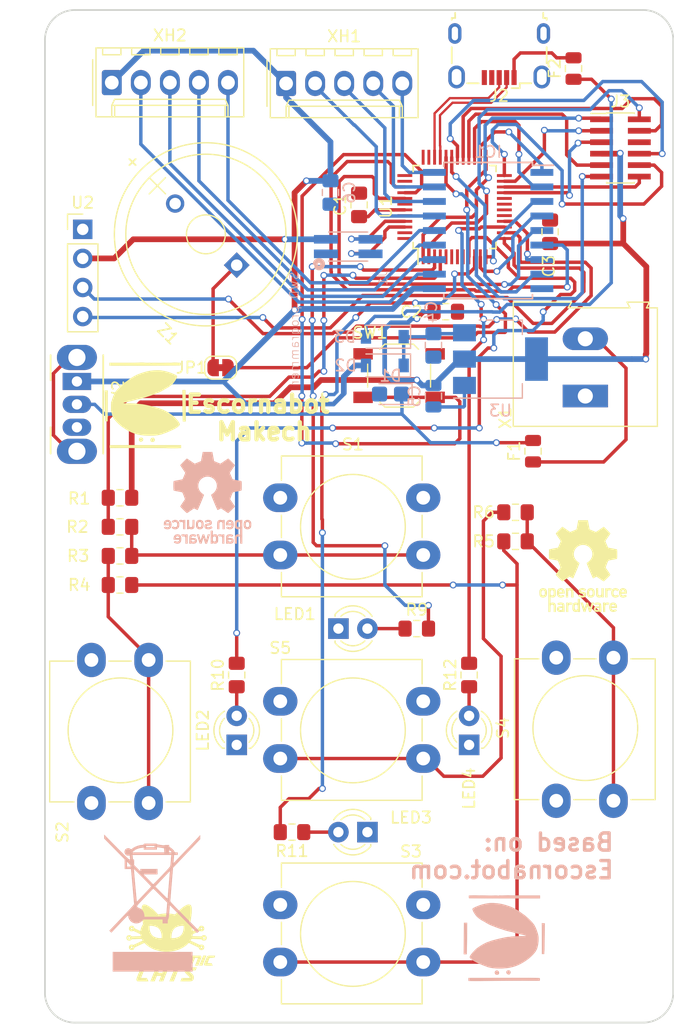
<source format=kicad_pcb>
(kicad_pcb (version 20171130) (host pcbnew "(5.0.2)-1")
  (title_block (title "Escornabot Makech") (date 2019-02-10) (rev 0.1) (company "Electronicc Cats") (comment 1 "Andres Sabas") (comment 3 "electroniccats.com and escornabot.com") (comment 4 "Attribution-ShareAlike 4.0 International (CC BY-SA 4.0)"))
  (layers (0 F.Cu signal) (31 B.Cu signal) (34 B.Paste user) (35 F.Paste user) (36 B.SilkS user) (37 F.SilkS user) (38 B.Mask user) (39 F.Mask user) (44 Edge.Cuts user))
  (net 0 "")
  (net 1 GND)
  (net 2 /A2)
  (net 3 /A3)
  (net 4 "Net-(R6-Pad2)")
  (net 5 /A6)
  (net 6 "Net-(C1-Pad1)")
  (net 7 +3V3)
  (net 8 +6V)
  (net 9 "Net-(D1-Pad1)")
  (net 10 VCC)
  (net 11 "Net-(F1-Pad1)")
  (net 12 "Net-(F2-Pad2)")
  (net 13 /D13)
  (net 14 /D10)
  (net 15 /D9)
  (net 16 /D8)
  (net 17 /D7)
  (net 18 /D6)
  (net 19 /D5)
  (net 20 /D4)
  (net 21 /MR4)
  (net 22 /MR3)
  (net 23 /MR2)
  (net 24 /MR1)
  (net 25 /ML4)
  (net 26 /ML3)
  (net 27 /ML2)
  (net 28 /ML1)
  (net 29 /SWDIO)
  (net 30 /SWCLK)
  (net 31 /D-)
  (net 32 /D+)
  (net 33 "Net-(J2-Pad4)")
  (net 34 /TX)
  (net 35 /RX)
  (net 36 /ESP_CS)
  (net 37 /ESP_GPIO)
  (net 38 /ESP_MOSI)
  (net 39 /ESP_BUSY)
  (net 40 /ESP_RTS)
  (net 41 /ESP_SCK)
  (net 42 /ESP_RESET)
  (net 43 /ESP_MISO)
  (net 44 /D11)
  (net 45 "Net-(JP1-Pad2)")
  (net 46 "Net-(LED1-Pad2)")
  (net 47 "Net-(LED2-Pad2)")
  (net 48 "Net-(LED3-Pad2)")
  (net 49 "Net-(LED4-Pad2)")
  (net 50 "Net-(R2-Pad2)")
  (net 51 "Net-(R3-Pad2)")
  (net 52 "Net-(R4-Pad2)")
  (net 53 "Net-(R5-Pad2)")
  (net 54 /A0)
  (net 55 /A1)
  (net 56 "Net-(SW1-Pad2)")
  (net 57 "Net-(SW2-Pad3)")
  (net 58 "Net-(U1-Pad7)")
  (net 59 "Net-(U1-Pad8)")
  (net 60 /SDA)
  (net 61 /SCL)
  (net 62 "Net-(U1-Pad19)")
  (net 63 "Net-(U1-Pad20)")
  (net 64 "Net-(U1-Pad37)")
  (net 65 "Net-(U1-Pad38)")
  (net 66 "Net-(U1-Pad47)")
  (net 67 "Net-(U1-Pad48)")
  (net 68 "Net-(C4-Pad2)")
  (module Button_Switch_THT:SW_PUSH-12mm_Wuerth-430476085716 (layer F.Cu) (at 118.11 99.06)
    (fp_text reference S1 (at 6.35 -4.66) (layer F.SilkS))
    (fp_text value switch)
    (pad 1 thru_hole oval (at 12.5 0) (size 3 2.5) (drill 1.2) (layers *.Cu *.Mask) (net 1 GND))
    (pad 2 thru_hole oval (at 12.5 5) (size 3 2.5) (drill 1.2) (layers *.Cu *.Mask) (net 50 "Net-(R2-Pad2)"))
    (pad 1 thru_hole oval (at 0 0) (size 3 2.5) (drill 1.2) (layers *.Cu *.Mask) (net 1 GND))
    (pad 2 thru_hole oval (at 0 5) (size 3 2.5) (drill 1.2) (layers *.Cu *.Mask) (net 50 "Net-(R2-Pad2)"))
  )
  (module Fuse:Fuse_0805_2012Metric (layer F.Cu) (at 143.75 61.5625 90)
    (fp_text reference F2 (at 0 -1.65 90) (layer F.SilkS))
    (fp_text value 0.5)
    (pad 1 smd roundrect (at -0.9375 0 90) (size 0.975 1.4) (layers F.Cu F.Paste F.Mask) (net 10 VCC))
    (pad 2 smd roundrect (at 0.9375 0 90) (size 0.975 1.4) (layers F.Cu F.Paste F.Mask) (net 12 "Net-(F2-Pad2)"))
  )
  (module Package_SO:SOIC-18W_7.5x11.6mm_P1.27mm (layer B.Cu) (at 136.283 75.715 180)
    (fp_text reference IC1 (at 0 6.875 180) (layer B.SilkS) (effects (justify mirror)))
    (fp_text value ULN2803)
    (pad 1 smd rect (at -4.7 5.08 180) (size 2 0.6) (layers B.Cu B.Paste B.Mask) (net 13 /D13))
    (pad 2 smd rect (at -4.7 3.81 180) (size 2 0.6) (layers B.Cu B.Paste B.Mask) (net 14 /D10))
    (pad 3 smd rect (at -4.7 2.54 180) (size 2 0.6) (layers B.Cu B.Paste B.Mask) (net 15 /D9))
    (pad 4 smd rect (at -4.7 1.27 180) (size 2 0.6) (layers B.Cu B.Paste B.Mask) (net 16 /D8))
    (pad 5 smd rect (at -4.7 0 180) (size 2 0.6) (layers B.Cu B.Paste B.Mask) (net 17 /D7))
    (pad 6 smd rect (at -4.7 -1.27 180) (size 2 0.6) (layers B.Cu B.Paste B.Mask) (net 18 /D6))
    (pad 7 smd rect (at -4.7 -2.54 180) (size 2 0.6) (layers B.Cu B.Paste B.Mask) (net 19 /D5))
    (pad 8 smd rect (at -4.7 -3.81 180) (size 2 0.6) (layers B.Cu B.Paste B.Mask) (net 20 /D4))
    (pad 9 smd rect (at -4.7 -5.08 180) (size 2 0.6) (layers B.Cu B.Paste B.Mask) (net 1 GND))
    (pad 10 smd rect (at 4.7 -5.08 180) (size 2 0.6) (layers B.Cu B.Paste B.Mask) (net 8 +6V))
    (pad 11 smd rect (at 4.7 -3.81 180) (size 2 0.6) (layers B.Cu B.Paste B.Mask) (net 21 /MR4))
    (pad 12 smd rect (at 4.7 -2.54 180) (size 2 0.6) (layers B.Cu B.Paste B.Mask) (net 22 /MR3))
    (pad 13 smd rect (at 4.7 -1.27 180) (size 2 0.6) (layers B.Cu B.Paste B.Mask) (net 23 /MR2))
    (pad 14 smd rect (at 4.7 0 180) (size 2 0.6) (layers B.Cu B.Paste B.Mask) (net 24 /MR1))
    (pad 15 smd rect (at 4.7 1.27 180) (size 2 0.6) (layers B.Cu B.Paste B.Mask) (net 25 /ML4))
    (pad 16 smd rect (at 4.7 2.54 180) (size 2 0.6) (layers B.Cu B.Paste B.Mask) (net 26 /ML3))
    (pad 17 smd rect (at 4.7 3.81 180) (size 2 0.6) (layers B.Cu B.Paste B.Mask) (net 27 /ML2))
    (pad 18 smd rect (at 4.7 5.08 180) (size 2 0.6) (layers B.Cu B.Paste B.Mask) (net 28 /ML1))
  )
  (module Connector_PinHeader_1.00mm:PinHeader_2x06_P1.00mm_Vertical_SMD (layer F.Cu) (at 147.85 68.5)
    (fp_text reference J3 (at 0 -4.06) (layer F.SilkS))
    (fp_text value ESP32-Exp)
    (pad 1 smd rect (at -1.65 -2.5) (size 2 0.5) (layers F.Cu F.Paste F.Mask) (net 34 /TX))
    (pad 2 smd rect (at 1.65 -2.5) (size 2 0.5) (layers F.Cu F.Paste F.Mask) (net 35 /RX))
    (pad 3 smd rect (at -1.65 -1.5) (size 2 0.5) (layers F.Cu F.Paste F.Mask) (net 36 /ESP_CS))
    (pad 4 smd rect (at 1.65 -1.5) (size 2 0.5) (layers F.Cu F.Paste F.Mask) (net 37 /ESP_GPIO))
    (pad 5 smd rect (at -1.65 -0.5) (size 2 0.5) (layers F.Cu F.Paste F.Mask) (net 38 /ESP_MOSI))
    (pad 6 smd rect (at 1.65 -0.5) (size 2 0.5) (layers F.Cu F.Paste F.Mask) (net 1 GND))
    (pad 7 smd rect (at -1.65 0.5) (size 2 0.5) (layers F.Cu F.Paste F.Mask) (net 7 +3V3))
    (pad 8 smd rect (at 1.65 0.5) (size 2 0.5) (layers F.Cu F.Paste F.Mask) (net 39 /ESP_BUSY))
    (pad 9 smd rect (at -1.65 1.5) (size 2 0.5) (layers F.Cu F.Paste F.Mask) (net 40 /ESP_RTS))
    (pad 10 smd rect (at 1.65 1.5) (size 2 0.5) (layers F.Cu F.Paste F.Mask) (net 41 /ESP_SCK))
    (pad 11 smd rect (at -1.65 2.5) (size 2 0.5) (layers F.Cu F.Paste F.Mask) (net 42 /ESP_RESET))
    (pad 12 smd rect (at 1.65 2.5) (size 2 0.5) (layers F.Cu F.Paste F.Mask) (net 43 /ESP_MISO))
  )
  (module Package_TO_SOT_SMD:SOT-223 (layer B.Cu) (at 137.363 86.945)
    (fp_text reference U3 (at 0 4.5) (layer B.SilkS) (effects (justify mirror)))
    (fp_text value AP2114_3.3v)
    (pad 2 smd rect (at 3.15 0) (size 2 3.8) (layers B.Cu B.Paste B.Mask) (net 7 +3V3))
    (pad 2 smd rect (at -3.15 0) (size 2 1.5) (layers B.Cu B.Paste B.Mask) (net 7 +3V3))
    (pad 3 smd rect (at -3.15 -2.3) (size 2 1.5) (layers B.Cu B.Paste B.Mask) (net 68 "Net-(C4-Pad2)"))
    (pad 1 smd rect (at -3.15 2.3) (size 2 1.5) (layers B.Cu B.Paste B.Mask) (net 1 GND))
  )
  (module Button_Switch_SMD:SW_SPST_TL3342 (layer F.Cu) (at 128.499 88.387)
    (fp_text reference SW1 (at -2.54 -3.75) (layer F.SilkS))
    (fp_text value RST)
    (pad 1 smd rect (at -3.15 -1.9) (size 1.7 1) (layers F.Cu F.Paste F.Mask) (net 1 GND))
    (pad 1 smd rect (at 3.15 -1.9) (size 1.7 1) (layers F.Cu F.Paste F.Mask) (net 1 GND))
    (pad 2 smd rect (at -3.15 1.9) (size 1.7 1) (layers F.Cu F.Paste F.Mask) (net 56 "Net-(SW1-Pad2)"))
    (pad 2 smd rect (at 3.15 1.9) (size 1.7 1) (layers F.Cu F.Paste F.Mask) (net 56 "Net-(SW1-Pad2)"))
  )
  (module Capacitor_SMD:C_0805_2012Metric_Pad1.15x1.40mm_HandSolder (layer F.Cu) (at 125 73.475 90)
    (fp_text reference C1 (at 0 -1.65 90) (layer F.SilkS))
    (fp_text value 1uF)
    (pad 2 smd roundrect (at 1.025 0 90) (size 1.15 1.4) (layers F.Cu F.Paste F.Mask) (roundrect_rratio 0.217391) (net 1 GND))
    (pad 1 smd roundrect (at -1.025 0 90) (size 1.15 1.4) (layers F.Cu F.Paste F.Mask) (roundrect_rratio 0.217391) (net 6 "Net-(C1-Pad1)"))
  )
  (module Capacitor_SMD:C_0805_2012Metric_Pad1.15x1.40mm_HandSolder (layer F.Cu) (at 132.579 82.804)
    (fp_text reference C2 (at -3.006554 0.012765) (layer F.SilkS))
    (fp_text value 0.1uF)
    (pad 1 smd roundrect (at -1.025 0) (size 1.15 1.4) (layers F.Cu F.Paste F.Mask) (roundrect_rratio 0.217391) (net 7 +3V3))
    (pad 2 smd roundrect (at 1.025 0) (size 1.15 1.4) (layers F.Cu F.Paste F.Mask) (roundrect_rratio 0.217391) (net 1 GND))
  )
  (module Capacitor_SMD:C_0805_2012Metric_Pad1.15x1.40mm_HandSolder (layer F.Cu) (at 141.7 75.825 90)
    (fp_text reference C3 (at -3.006554 -0.114235 90) (layer F.SilkS))
    (fp_text value 0.1uF)
    (pad 1 smd roundrect (at -1.025 0 90) (size 1.15 1.4) (layers F.Cu F.Paste F.Mask) (roundrect_rratio 0.217391) (net 7 +3V3))
    (pad 2 smd roundrect (at 1.025 0 90) (size 1.15 1.4) (layers F.Cu F.Paste F.Mask) (roundrect_rratio 0.217391) (net 1 GND))
  )
  (module Capacitor_SMD:C_0805_2012Metric_Pad1.15x1.40mm_HandSolder (layer B.Cu) (at 131.5 85.75 90)
    (fp_text reference C4 (at 2.921 -0.1905 90) (layer B.SilkS) (effects (justify mirror)))
    (fp_text value 10uF)
    (pad 1 smd roundrect (at -1.025 0 90) (size 1.15 1.4) (layers B.Cu B.Paste B.Mask) (roundrect_rratio 0.217391) (net 1 GND))
    (pad 2 smd roundrect (at 1.025 0 90) (size 1.15 1.4) (layers B.Cu B.Paste B.Mask) (roundrect_rratio 0.217391) (net 68 "Net-(C4-Pad2)"))
  )
  (module Capacitor_SMD:C_0805_2012Metric (layer B.Cu) (at 131.5 90.1875 270)
    (fp_text reference C5 (at 0 1.65 270) (layer B.SilkS) (effects (justify mirror)))
    (fp_text value 10uF)
    (pad 1 smd roundrect (at -0.9375 0 270) (size 0.975 1.4) (layers B.Cu B.Paste B.Mask) (net 7 +3V3))
    (pad 2 smd roundrect (at 0.9375 0 270) (size 0.975 1.4) (layers B.Cu B.Paste B.Mask) (net 1 GND))
  )
  (module Capacitor_SMD:C_0805_2012Metric_Pad1.15x1.40mm_HandSolder (layer B.Cu) (at 122.5 72.39 90)
    (fp_text reference C6 (at 0 1.65 90) (layer B.SilkS) (effects (justify mirror)))
    (fp_text value 100nF)
    (pad 2 smd roundrect (at 1.025 0 90) (size 1.15 1.4) (layers B.Cu B.Paste B.Mask) (roundrect_rratio 0.217391) (net 8 +6V))
    (pad 1 smd roundrect (at -1.025 0 90) (size 1.15 1.4) (layers B.Cu B.Paste B.Mask) (roundrect_rratio 0.217391) (net 1 GND))
  )
  (module Diode_SMD:D_0805_2012Metric_Castellated (layer B.Cu) (at 127.75 90 180)
    (fp_text reference D1 (at 0 1.6 180) (layer B.SilkS) (effects (justify mirror)))
    (fp_text value ZENER)
    (pad 1 smd roundrect (at -0.9625 0 180) (size 1.325 1.3) (layers B.Cu B.Paste B.Mask) (roundrect_rratio 0.192308) (net 9 "Net-(D1-Pad1)"))
    (pad 2 smd roundrect (at 0.9625 0 180) (size 1.325 1.3) (layers B.Cu B.Paste B.Mask) (roundrect_rratio 0.192308) (net 1 GND))
  )
  (module Diode_SMD:D_SOD-123 (layer B.Cu) (at 127.25 87.5 180)
    (fp_text reference D2 (at 3.429 0 180) (layer B.SilkS) (effects (justify mirror)))
    (fp_text value D_Schottky)
    (pad 2 smd rect (at 1.65 0 180) (size 0.9 1.2) (layers B.Cu B.Paste B.Mask) (net 8 +6V))
    (pad 1 smd rect (at -1.65 0 180) (size 0.9 1.2) (layers B.Cu B.Paste B.Mask) (net 68 "Net-(C4-Pad2)"))
  )
  (module Diode_SMD:D_SOD-123 (layer B.Cu) (at 127.25 85 180)
    (fp_text reference D3 (at 3.4935 0 180) (layer B.SilkS) (effects (justify mirror)))
    (fp_text value D_Schottky)
    (pad 1 smd rect (at -1.65 0 180) (size 0.9 1.2) (layers B.Cu B.Paste B.Mask) (net 68 "Net-(C4-Pad2)"))
    (pad 2 smd rect (at 1.65 0 180) (size 0.9 1.2) (layers B.Cu B.Paste B.Mask) (net 10 VCC))
  )
  (module Fuse:Fuse_0805_2012Metric (layer F.Cu) (at 140.208 94.9925 90)
    (fp_text reference F1 (at 0 -1.65 90) (layer F.SilkS))
    (fp_text value FUSE)
    (pad 2 smd roundrect (at 0.9375 0 90) (size 0.975 1.4) (layers F.Cu F.Paste F.Mask) (net 9 "Net-(D1-Pad1)"))
    (pad 1 smd roundrect (at -0.9375 0 90) (size 0.975 1.4) (layers F.Cu F.Paste F.Mask) (net 11 "Net-(F1-Pad1)"))
  )
  (module Resistor_SMD:R_0805_2012Metric_Pad1.15x1.40mm_HandSolder (layer F.Cu) (at 104.095 99.06)
    (fp_text reference R1 (at -3.5745 0.0635) (layer F.SilkS))
    (fp_text value 10K)
    (pad 1 smd roundrect (at -1.025 0) (size 1.15 1.4) (layers F.Cu F.Paste F.Mask) (roundrect_rratio 0.217391) (net 5 /A6))
    (pad 2 smd roundrect (at 1.025 0) (size 1.15 1.4) (layers F.Cu F.Paste F.Mask) (roundrect_rratio 0.217391) (net 7 +3V3))
  )
  (module Resistor_SMD:R_0805_2012Metric_Pad1.15x1.40mm_HandSolder (layer F.Cu) (at 104.095 101.6)
    (fp_text reference R2 (at -3.715 0) (layer F.SilkS))
    (fp_text value 10K)
    (pad 2 smd roundrect (at 1.025 0) (size 1.15 1.4) (layers F.Cu F.Paste F.Mask) (roundrect_rratio 0.217391) (net 50 "Net-(R2-Pad2)"))
    (pad 1 smd roundrect (at -1.025 0) (size 1.15 1.4) (layers F.Cu F.Paste F.Mask) (roundrect_rratio 0.217391) (net 5 /A6))
  )
  (module Resistor_SMD:R_0805_2012Metric_Pad1.15x1.40mm_HandSolder (layer F.Cu) (at 104.095 104.14 180)
    (fp_text reference R3 (at 3.655 0 180) (layer F.SilkS))
    (fp_text value 10K)
    (pad 1 smd roundrect (at -1.025 0 180) (size 1.15 1.4) (layers F.Cu F.Paste F.Mask) (roundrect_rratio 0.217391) (net 50 "Net-(R2-Pad2)"))
    (pad 2 smd roundrect (at 1.025 0 180) (size 1.15 1.4) (layers F.Cu F.Paste F.Mask) (roundrect_rratio 0.217391) (net 51 "Net-(R3-Pad2)"))
  )
  (module Resistor_SMD:R_0805_2012Metric_Pad1.15x1.40mm_HandSolder (layer F.Cu) (at 104.095 106.68)
    (fp_text reference R4 (at -3.565 0) (layer F.SilkS))
    (fp_text value 10K)
    (pad 1 smd roundrect (at -1.025 0) (size 1.15 1.4) (layers F.Cu F.Paste F.Mask) (roundrect_rratio 0.217391) (net 51 "Net-(R3-Pad2)"))
    (pad 2 smd roundrect (at 1.025 0) (size 1.15 1.4) (layers F.Cu F.Paste F.Mask) (roundrect_rratio 0.217391) (net 52 "Net-(R4-Pad2)"))
  )
  (module Resistor_SMD:R_0805_2012Metric_Pad1.15x1.40mm_HandSolder (layer F.Cu) (at 138.675 102.87)
    (fp_text reference R5 (at -2.785 0) (layer F.SilkS))
    (fp_text value 10K)
    (pad 2 smd roundrect (at 1.025 0) (size 1.15 1.4) (layers F.Cu F.Paste F.Mask) (roundrect_rratio 0.217391) (net 53 "Net-(R5-Pad2)"))
    (pad 1 smd roundrect (at -1.025 0) (size 1.15 1.4) (layers F.Cu F.Paste F.Mask) (roundrect_rratio 0.217391) (net 52 "Net-(R4-Pad2)"))
  )
  (module Resistor_SMD:R_0805_2012Metric_Pad1.15x1.40mm_HandSolder (layer F.Cu) (at 138.675 100.33 180)
    (fp_text reference R6 (at 2.785 0 180) (layer F.SilkS))
    (fp_text value 10K)
    (pad 2 smd roundrect (at 1.025 0 180) (size 1.15 1.4) (layers F.Cu F.Paste F.Mask) (roundrect_rratio 0.217391) (net 4 "Net-(R6-Pad2)"))
    (pad 1 smd roundrect (at -1.025 0 180) (size 1.15 1.4) (layers F.Cu F.Paste F.Mask) (roundrect_rratio 0.217391) (net 53 "Net-(R5-Pad2)"))
  )
  (module Resistor_SMD:R_0805_2012Metric_Pad1.15x1.40mm_HandSolder (layer F.Cu) (at 130.045 110.49)
    (fp_text reference R9 (at 0 -1.65) (layer F.SilkS))
    (fp_text value 1K)
    (pad 1 smd roundrect (at -1.025 0) (size 1.15 1.4) (layers F.Cu F.Paste F.Mask) (roundrect_rratio 0.217391) (net 46 "Net-(LED1-Pad2)"))
    (pad 2 smd roundrect (at 1.025 0) (size 1.15 1.4) (layers F.Cu F.Paste F.Mask) (roundrect_rratio 0.217391) (net 54 /A0))
  )
  (module Resistor_SMD:R_0805_2012Metric_Pad1.15x1.40mm_HandSolder (layer F.Cu) (at 114.3 114.545 90)
    (fp_text reference R10 (at 0 -1.65 90) (layer F.SilkS))
    (fp_text value 1K)
    (pad 2 smd roundrect (at 1.025 0 90) (size 1.15 1.4) (layers F.Cu F.Paste F.Mask) (roundrect_rratio 0.217391) (net 55 /A1))
    (pad 1 smd roundrect (at -1.025 0 90) (size 1.15 1.4) (layers F.Cu F.Paste F.Mask) (roundrect_rratio 0.217391) (net 47 "Net-(LED2-Pad2)"))
  )
  (module Resistor_SMD:R_0805_2012Metric_Pad1.15x1.40mm_HandSolder (layer F.Cu) (at 119.135 128.27 180)
    (fp_text reference R11 (at 0 -1.65 180) (layer F.SilkS))
    (fp_text value 1K)
    (pad 1 smd roundrect (at -1.025 0 180) (size 1.15 1.4) (layers F.Cu F.Paste F.Mask) (roundrect_rratio 0.217391) (net 48 "Net-(LED3-Pad2)"))
    (pad 2 smd roundrect (at 1.025 0 180) (size 1.15 1.4) (layers F.Cu F.Paste F.Mask) (roundrect_rratio 0.217391) (net 2 /A2))
  )
  (module Resistor_SMD:R_0805_2012Metric_Pad1.15x1.40mm_HandSolder (layer F.Cu) (at 134.62 114.545 90)
    (fp_text reference R12 (at 0 -1.65 90) (layer F.SilkS))
    (fp_text value 1K)
    (pad 2 smd roundrect (at 1.025 0 90) (size 1.15 1.4) (layers F.Cu F.Paste F.Mask) (roundrect_rratio 0.217391) (net 3 /A3))
    (pad 1 smd roundrect (at -1.025 0 90) (size 1.15 1.4) (layers F.Cu F.Paste F.Mask) (roundrect_rratio 0.217391) (net 49 "Net-(LED4-Pad2)"))
  )
  (module Button_Switch_THT:SW_PUSH-12mm_Wuerth-430476085716 (layer F.Cu) (at 101.6 125.73 90)
    (fp_text reference S2 (at -2.54 -2.54 90) (layer F.SilkS))
    (fp_text value switch)
    (pad 2 thru_hole oval (at 0 5 90) (size 3 2.5) (drill 1.2) (layers *.Cu *.Mask) (net 51 "Net-(R3-Pad2)"))
    (pad 1 thru_hole oval (at 0 0 90) (size 3 2.5) (drill 1.2) (layers *.Cu *.Mask) (net 1 GND))
    (pad 2 thru_hole oval (at 12.5 5 90) (size 3 2.5) (drill 1.2) (layers *.Cu *.Mask) (net 51 "Net-(R3-Pad2)"))
    (pad 1 thru_hole oval (at 12.5 0 90) (size 3 2.5) (drill 1.2) (layers *.Cu *.Mask) (net 1 GND))
  )
  (module Button_Switch_THT:SW_PUSH-12mm_Wuerth-430476085716 (layer F.Cu) (at 118.11 134.62)
    (fp_text reference S3 (at 11.43 -4.66) (layer F.SilkS))
    (fp_text value switch)
    (pad 1 thru_hole oval (at 12.5 0) (size 3 2.5) (drill 1.2) (layers *.Cu *.Mask) (net 1 GND))
    (pad 2 thru_hole oval (at 12.5 5) (size 3 2.5) (drill 1.2) (layers *.Cu *.Mask) (net 52 "Net-(R4-Pad2)"))
    (pad 1 thru_hole oval (at 0 0) (size 3 2.5) (drill 1.2) (layers *.Cu *.Mask) (net 1 GND))
    (pad 2 thru_hole oval (at 0 5) (size 3 2.5) (drill 1.2) (layers *.Cu *.Mask) (net 52 "Net-(R4-Pad2)"))
  )
  (module Button_Switch_THT:SW_PUSH-12mm_Wuerth-430476085716 (layer F.Cu) (at 142.24 125.53 90)
    (fp_text reference S4 (at 6.35 -4.66 90) (layer F.SilkS))
    (fp_text value switch)
    (pad 2 thru_hole oval (at 0 5 90) (size 3 2.5) (drill 1.2) (layers *.Cu *.Mask) (net 53 "Net-(R5-Pad2)"))
    (pad 1 thru_hole oval (at 0 0 90) (size 3 2.5) (drill 1.2) (layers *.Cu *.Mask) (net 1 GND))
    (pad 2 thru_hole oval (at 12.5 5 90) (size 3 2.5) (drill 1.2) (layers *.Cu *.Mask) (net 53 "Net-(R5-Pad2)"))
    (pad 1 thru_hole oval (at 12.5 0 90) (size 3 2.5) (drill 1.2) (layers *.Cu *.Mask) (net 1 GND))
  )
  (module Button_Switch_THT:SW_PUSH-12mm_Wuerth-430476085716 (layer F.Cu) (at 118.11 116.84)
    (fp_text reference S5 (at 0 -4.66) (layer F.SilkS))
    (fp_text value switch)
    (pad 1 thru_hole oval (at 12.5 0) (size 3 2.5) (drill 1.2) (layers *.Cu *.Mask) (net 1 GND))
    (pad 2 thru_hole oval (at 12.5 5) (size 3 2.5) (drill 1.2) (layers *.Cu *.Mask) (net 4 "Net-(R6-Pad2)"))
    (pad 1 thru_hole oval (at 0 0) (size 3 2.5) (drill 1.2) (layers *.Cu *.Mask) (net 1 GND))
    (pad 2 thru_hole oval (at 0 5) (size 3 2.5) (drill 1.2) (layers *.Cu *.Mask) (net 4 "Net-(R6-Pad2)"))
  )
  (module Button_Switch_THT:SW_CuK_OS102011MA1QN1_SPDT_Angled (layer F.Cu) (at 100.33 88.9 270)
    (fp_text reference SW2 (at 1.4 -3.6 270) (layer F.SilkS))
    (fp_text value SW_DPDT_x2)
    (pad 1 thru_hole rect (at 0 0 270) (size 1.5 2.5) (drill 0.9) (layers *.Cu *.Mask) (net 8 +6V))
    (pad 2 thru_hole oval (at 2 0 270) (size 1.5 2.5) (drill 0.9) (layers *.Cu *.Mask) (net 9 "Net-(D1-Pad1)"))
    (pad 3 thru_hole oval (at 4 0 270) (size 1.5 2.5) (drill 0.9) (layers *.Cu *.Mask) (net 57 "Net-(SW2-Pad3)"))
    (pad "" thru_hole oval (at -2.1 0 270) (size 2.2 3.5) (drill 1.5) (layers *.Cu *.Mask))
    (pad "" thru_hole oval (at 6.1 0 270) (size 2.2 3.5) (drill 1.5) (layers *.Cu *.Mask))
  )
  (module Package_QFP:TQFP-48_7x7mm_P0.5mm (layer F.Cu) (at 133.35 73.66 90)
    (fp_text reference U1 (at 0 -6 90) (layer F.SilkS))
    (fp_text value ATSAMD21G18A-AU)
    (pad 1 smd rect (at -4.35 -2.75 90) (size 1.3 0.25) (layers F.Cu F.Paste F.Mask) (net 34 /TX))
    (pad 2 smd rect (at -4.35 -2.25 90) (size 1.3 0.25) (layers F.Cu F.Paste F.Mask) (net 35 /RX))
    (pad 3 smd rect (at -4.35 -1.75 90) (size 1.3 0.25) (layers F.Cu F.Paste F.Mask) (net 54 /A0))
    (pad 4 smd rect (at -4.35 -1.25 90) (size 1.3 0.25) (layers F.Cu F.Paste F.Mask) (net 5 /A6))
    (pad 5 smd rect (at -4.35 -0.75 90) (size 1.3 0.25) (layers F.Cu F.Paste F.Mask) (net 1 GND))
    (pad 6 smd rect (at -4.35 -0.25 90) (size 1.3 0.25) (layers F.Cu F.Paste F.Mask) (net 7 +3V3))
    (pad 7 smd rect (at -4.35 0.25 90) (size 1.3 0.25) (layers F.Cu F.Paste F.Mask) (net 58 "Net-(U1-Pad7)"))
    (pad 8 smd rect (at -4.35 0.75 90) (size 1.3 0.25) (layers F.Cu F.Paste F.Mask) (net 59 "Net-(U1-Pad8)"))
    (pad 9 smd rect (at -4.35 1.25 90) (size 1.3 0.25) (layers F.Cu F.Paste F.Mask) (net 55 /A1))
    (pad 10 smd rect (at -4.35 1.75 90) (size 1.3 0.25) (layers F.Cu F.Paste F.Mask) (net 2 /A2))
    (pad 11 smd rect (at -4.35 2.25 90) (size 1.3 0.25) (layers F.Cu F.Paste F.Mask) (net 16 /D8))
    (pad 12 smd rect (at -4.35 2.75 90) (size 1.3 0.25) (layers F.Cu F.Paste F.Mask) (net 15 /D9))
    (pad 13 smd rect (at -2.75 4.35 180) (size 1.3 0.25) (layers F.Cu F.Paste F.Mask) (net 60 /SDA))
    (pad 14 smd rect (at -2.25 4.35 180) (size 1.3 0.25) (layers F.Cu F.Paste F.Mask) (net 61 /SCL))
    (pad 15 smd rect (at -1.75 4.35 180) (size 1.3 0.25) (layers F.Cu F.Paste F.Mask) (net 3 /A3))
    (pad 16 smd rect (at -1.25 4.35 180) (size 1.3 0.25) (layers F.Cu F.Paste F.Mask) (net 19 /D5))
    (pad 17 smd rect (at -0.75 4.35 180) (size 1.3 0.25) (layers F.Cu F.Paste F.Mask) (net 7 +3V3))
    (pad 18 smd rect (at -0.25 4.35 180) (size 1.3 0.25) (layers F.Cu F.Paste F.Mask) (net 1 GND))
    (pad 19 smd rect (at 0.25 4.35 180) (size 1.3 0.25) (layers F.Cu F.Paste F.Mask) (net 62 "Net-(U1-Pad19)"))
    (pad 20 smd rect (at 0.75 4.35 180) (size 1.3 0.25) (layers F.Cu F.Paste F.Mask) (net 63 "Net-(U1-Pad20)"))
    (pad 21 smd rect (at 1.25 4.35 180) (size 1.3 0.25) (layers F.Cu F.Paste F.Mask) (net 38 /ESP_MOSI))
    (pad 22 smd rect (at 1.75 4.35 180) (size 1.3 0.25) (layers F.Cu F.Paste F.Mask) (net 43 /ESP_MISO))
    (pad 23 smd rect (at 2.25 4.35 180) (size 1.3 0.25) (layers F.Cu F.Paste F.Mask) (net 36 /ESP_CS))
    (pad 24 smd rect (at 2.75 4.35 180) (size 1.3 0.25) (layers F.Cu F.Paste F.Mask) (net 41 /ESP_SCK))
    (pad 25 smd rect (at 4.35 2.75 90) (size 1.3 0.25) (layers F.Cu F.Paste F.Mask) (net 44 /D11))
    (pad 26 smd rect (at 4.35 2.25 90) (size 1.3 0.25) (layers F.Cu F.Paste F.Mask) (net 13 /D13))
    (pad 27 smd rect (at 4.35 1.75 90) (size 1.3 0.25) (layers F.Cu F.Paste F.Mask) (net 14 /D10))
    (pad 28 smd rect (at 4.35 1.25 90) (size 1.3 0.25) (layers F.Cu F.Paste F.Mask) (net 40 /ESP_RTS))
    (pad 29 smd rect (at 4.35 0.75 90) (size 1.3 0.25) (layers F.Cu F.Paste F.Mask) (net 37 /ESP_GPIO))
    (pad 30 smd rect (at 4.35 0.25 90) (size 1.3 0.25) (layers F.Cu F.Paste F.Mask) (net 39 /ESP_BUSY))
    (pad 31 smd rect (at 4.35 -0.25 90) (size 1.3 0.25) (layers F.Cu F.Paste F.Mask) (net 20 /D4))
    (pad 32 smd rect (at 4.35 -0.75 90) (size 1.3 0.25) (layers F.Cu F.Paste F.Mask) (net 42 /ESP_RESET))
    (pad 33 smd rect (at 4.35 -1.25 90) (size 1.3 0.25) (layers F.Cu F.Paste F.Mask) (net 31 /D-))
    (pad 34 smd rect (at 4.35 -1.75 90) (size 1.3 0.25) (layers F.Cu F.Paste F.Mask) (net 32 /D+))
    (pad 35 smd rect (at 4.35 -2.25 90) (size 1.3 0.25) (layers F.Cu F.Paste F.Mask) (net 1 GND))
    (pad 36 smd rect (at 4.35 -2.75 90) (size 1.3 0.25) (layers F.Cu F.Paste F.Mask) (net 7 +3V3))
    (pad 37 smd rect (at 2.75 -4.35 180) (size 1.3 0.25) (layers F.Cu F.Paste F.Mask) (net 64 "Net-(U1-Pad37)"))
    (pad 38 smd rect (at 2.25 -4.35 180) (size 1.3 0.25) (layers F.Cu F.Paste F.Mask) (net 65 "Net-(U1-Pad38)"))
    (pad 39 smd rect (at 1.75 -4.35 180) (size 1.3 0.25) (layers F.Cu F.Paste F.Mask) (net 18 /D6))
    (pad 40 smd rect (at 1.25 -4.35 180) (size 1.3 0.25) (layers F.Cu F.Paste F.Mask) (net 56 "Net-(SW1-Pad2)"))
    (pad 41 smd rect (at 0.75 -4.35 180) (size 1.3 0.25) (layers F.Cu F.Paste F.Mask) (net 17 /D7))
    (pad 42 smd rect (at 0.25 -4.35 180) (size 1.3 0.25) (layers F.Cu F.Paste F.Mask) (net 1 GND))
    (pad 43 smd rect (at -0.25 -4.35 180) (size 1.3 0.25) (layers F.Cu F.Paste F.Mask) (net 6 "Net-(C1-Pad1)"))
    (pad 44 smd rect (at -0.75 -4.35 180) (size 1.3 0.25) (layers F.Cu F.Paste F.Mask) (net 7 +3V3))
    (pad 45 smd rect (at -1.25 -4.35 180) (size 1.3 0.25) (layers F.Cu F.Paste F.Mask) (net 30 /SWCLK))
    (pad 46 smd rect (at -1.75 -4.35 180) (size 1.3 0.25) (layers F.Cu F.Paste F.Mask) (net 29 /SWDIO))
    (pad 47 smd rect (at -2.25 -4.35 180) (size 1.3 0.25) (layers F.Cu F.Paste F.Mask) (net 66 "Net-(U1-Pad47)"))
    (pad 48 smd rect (at -2.75 -4.35 180) (size 1.3 0.25) (layers F.Cu F.Paste F.Mask) (net 67 "Net-(U1-Pad48)"))
  )
  (module Connector_PinHeader_2.54mm:PinHeader_1x04_P2.54mm_Vertical (layer F.Cu) (at 100.838 75.61)
    (fp_text reference U2 (at 0 -2.33) (layer F.SilkS))
    (fp_text value CONN_01X04)
    (pad 1 thru_hole rect (at 0 0) (size 1.7 1.7) (drill 1) (layers *.Cu *.Mask) (net 1 GND))
    (pad 2 thru_hole oval (at 0 2.54) (size 1.7 1.7) (drill 1) (layers *.Cu *.Mask) (net 7 +3V3))
    (pad 3 thru_hole oval (at 0 5.08) (size 1.7 1.7) (drill 1) (layers *.Cu *.Mask) (net 61 /SCL))
    (pad 4 thru_hole oval (at 0 7.62) (size 1.7 1.7) (drill 1) (layers *.Cu *.Mask) (net 60 /SDA))
  )
  (module TerminalBlock:TerminalBlock_Altech_AK300-2_P5.00mm (layer F.Cu) (at 144.78 90.17 90)
    (fp_text reference X1 (at -1.92 -6.99 90) (layer F.SilkS))
    (fp_text value Screw_Terminal_1x02)
    (pad 1 thru_hole rect (at 0 0 90) (size 1.98 3.96) (drill 1.32) (layers *.Cu *.Mask) (net 1 GND))
    (pad 2 thru_hole oval (at 5 0 90) (size 1.98 3.96) (drill 1.32) (layers *.Cu *.Mask) (net 11 "Net-(F1-Pad1)"))
  )
  (module Connector_Molex:Molex_KK-254_AE-6410-05A_1x05_P2.54mm_Vertical (layer F.Cu) (at 118.618 62.865)
    (fp_text reference XH1 (at 5.08 -4.12) (layer F.SilkS))
    (fp_text value CONN_01X05)
    (pad 5 thru_hole oval (at 10.16 0) (size 1.74 2.2) (drill 1.2) (layers *.Cu *.Mask) (net 28 /ML1))
    (pad 4 thru_hole oval (at 7.62 0) (size 1.74 2.2) (drill 1.2) (layers *.Cu *.Mask) (net 27 /ML2))
    (pad 3 thru_hole oval (at 5.08 0) (size 1.74 2.2) (drill 1.2) (layers *.Cu *.Mask) (net 26 /ML3))
    (pad 2 thru_hole oval (at 2.54 0) (size 1.74 2.2) (drill 1.2) (layers *.Cu *.Mask) (net 25 /ML4))
    (pad 1 thru_hole roundrect (at 0 0) (size 1.74 2.2) (drill 1.2) (layers *.Cu *.Mask) (roundrect_rratio 0.143678) (net 8 +6V))
  )
  (module Connector_Molex:Molex_KK-254_AE-6410-05A_1x05_P2.54mm_Vertical (layer F.Cu) (at 103.378 62.79)
    (fp_text reference XH2 (at 5.08 -4.12) (layer F.SilkS))
    (fp_text value CONN_01X05)
    (pad 1 thru_hole roundrect (at 0 0) (size 1.74 2.2) (drill 1.2) (layers *.Cu *.Mask) (roundrect_rratio 0.143678) (net 8 +6V))
    (pad 2 thru_hole oval (at 2.54 0) (size 1.74 2.2) (drill 1.2) (layers *.Cu *.Mask) (net 21 /MR4))
    (pad 3 thru_hole oval (at 5.08 0) (size 1.74 2.2) (drill 1.2) (layers *.Cu *.Mask) (net 22 /MR3))
    (pad 4 thru_hole oval (at 7.62 0) (size 1.74 2.2) (drill 1.2) (layers *.Cu *.Mask) (net 23 /MR2))
    (pad 5 thru_hole oval (at 10.16 0) (size 1.74 2.2) (drill 1.2) (layers *.Cu *.Mask) (net 24 /MR1))
  )
  (module Buzzer_Beeper:MagneticBuzzer_StarMicronics_HMB-06_HMB-12 (layer F.Cu) (at 114.3 78.74 135)
    (fp_text reference Z1 (at 0 -8.5 135) (layer F.SilkS))
    (fp_text value buzzer)
    (fp_text user + (at 12.80922 0 135) (layer F.SilkS))
    (pad 1 thru_hole rect (at 0 0 135) (size 1.6002 1.6002) (drill 1.00076) (layers *.Cu *.Mask) (net 45 "Net-(JP1-Pad2)"))
    (pad 2 thru_hole circle (at 7.610001 0 135) (size 1.6002 1.6002) (drill 1.00076) (layers *.Cu *.Mask) (net 1 GND))
  )
  (module Aesthetics:electronic_cats_logo_8x6 (layer F.Cu) (at 108.17 137.95)
    (fp_text reference G*** hide)
    (fp_text value LOGO hide)
  )
  (module Symbols:WEEE-Logo_8.4x12mm_SilkScreen (layer B.Cu) (at 106.925 134.475 180)
    (fp_text reference REF*** hide)
    (fp_text value WEEE-Logo_8.4x12mm_SilkScreen hide)
  )
  (module Symbols:OSHW-Logo_7.5x8mm_SilkScreen (layer F.Cu) (at 144.575 105.025)
    (fp_text reference REF*** hide)
    (fp_text value OSHW-Logo_7.5x8mm_SilkScreen hide)
  )
  (module Symbols:OSHW-Logo_7.5x8mm_SilkScreen (layer B.Cu) (at 111.76 99.06 180)
    (fp_text reference REF*** hide)
    (fp_text value OSHW-Logo_7.5x8mm_SilkScreen hide)
  )
  (module Aesthetics:escornabot_8x8 (layer F.Cu) (at 106.299 90.932)
    (fp_text reference G*** hide)
    (fp_text value LOGO hide)
  )
  (module Aesthetics:escornabot_8x8 (layer B.Cu) (at 137.7 137.475 180)
    (fp_text reference G*** hide)
    (fp_text value LOGO hide)
  )
  (module Pines:621X0421021 (layer B.Cu) (at 124.05 77.115 90)
    (fp_text reference J1 (at -2.0496 3.4821 90) (layer B.SilkS) (effects (font (size 0.77216 0.77216) (thickness 0.065024)) (justify left bottom mirror)))
    (fp_text value "SWD programmer" (at -2.1496 -4.2602 90) (layer B.SilkS) (effects (font (size 0.77216 0.77216) (thickness 0.065024)) (justify left bottom mirror)))
    (pad 4 smd rect (at -0.635 -1.95 90) (size 0.75 2.1) (layers B.Cu B.Paste B.Mask) (net 1 GND))
    (pad 2 smd rect (at 0.635 -1.95 90) (size 0.75 2.1) (layers B.Cu B.Paste B.Mask) (net 7 +3V3))
    (pad 3 smd rect (at 0.635 1.95 90) (size 0.75 2.1) (layers B.Cu B.Paste B.Mask) (net 30 /SWCLK))
    (pad 1 smd rect (at -0.635 1.95 90) (size 0.75 2.1) (layers B.Cu B.Paste B.Mask) (net 29 /SWDIO))
  )
  (module LEDs:LED_D3.0mm (layer F.Cu) (at 123.19 110.49)
    (fp_text reference LED1 (at -3.81 -1.27) (layer F.SilkS))
    (fp_text value L)
    (pad 2 thru_hole circle (at 2.54 0) (size 1.8 1.8) (drill 0.9) (layers *.Cu *.Mask) (net 46 "Net-(LED1-Pad2)"))
    (pad 1 thru_hole rect (at 0 0) (size 1.8 1.8) (drill 0.9) (layers *.Cu *.Mask) (net 1 GND))
  )
  (module LEDs:LED_D3.0mm (layer F.Cu) (at 114.3 120.65 90)
    (fp_text reference LED2 (at 1.27 -2.96 90) (layer F.SilkS))
    (fp_text value L)
    (pad 1 thru_hole rect (at 0 0 90) (size 1.8 1.8) (drill 0.9) (layers *.Cu *.Mask) (net 1 GND))
    (pad 2 thru_hole circle (at 2.54 0 90) (size 1.8 1.8) (drill 0.9) (layers *.Cu *.Mask) (net 47 "Net-(LED2-Pad2)"))
  )
  (module LEDs:LED_D3.0mm (layer F.Cu) (at 125.73 128.27 180)
    (fp_text reference LED3 (at -3.81 1.27 180) (layer F.SilkS))
    (fp_text value L)
    (pad 2 thru_hole circle (at 2.54 0 180) (size 1.8 1.8) (drill 0.9) (layers *.Cu *.Mask) (net 48 "Net-(LED3-Pad2)"))
    (pad 1 thru_hole rect (at 0 0 180) (size 1.8 1.8) (drill 0.9) (layers *.Cu *.Mask) (net 1 GND))
  )
  (module LEDs:LED_D3.0mm (layer F.Cu) (at 134.62 120.65 90)
    (fp_text reference LED4 (at -3.81 0 90) (layer F.SilkS))
    (fp_text value L)
    (pad 1 thru_hole rect (at 0 0 90) (size 1.8 1.8) (drill 0.9) (layers *.Cu *.Mask) (net 1 GND))
    (pad 2 thru_hole circle (at 2.54 0 90) (size 1.8 1.8) (drill 0.9) (layers *.Cu *.Mask) (net 49 "Net-(LED4-Pad2)"))
  )
  (module Jumper:SolderJumper-2_P1.3mm_Bridged_RoundedPad1.0x1.5mm (layer F.Cu) (at 112.888 87.6935 180)
    (fp_text reference JP1 (at 2.54 0 180) (layer F.SilkS))
    (fp_text value Jumper)
    (pad 1 smd custom (at -0.65 0 180) (size 1 0.5) (layers F.Cu F.Mask) (net 44 /D11) (options (clearance outline) (anchor rect)) (primitives (gr_circle (center 0 0.25) (end 0.5 0.25) (width 0)) (gr_circle (center 0 -0.25) (end 0.5 -0.25) (width 0)) (gr_poly (pts (xy 0 -0.75) (xy 0.5 -0.75) (xy 0.5 0.75) (xy 0 0.75)) (width 0)) (gr_poly (pts (xy 0.9 -0.3) (xy 0.4 -0.3) (xy 0.4 0.3) (xy 0.9 0.3)) (width 0))))
    (pad 2 smd custom (at 0.65 0 180) (size 1 0.5) (layers F.Cu F.Mask) (net 45 "Net-(JP1-Pad2)") (options (clearance outline) (anchor rect)) (primitives (gr_circle (center 0 0.25) (end 0.5 0.25) (width 0)) (gr_circle (center 0 -0.25) (end 0.5 -0.25) (width 0)) (gr_poly (pts (xy 0 -0.75) (xy -0.5 -0.75) (xy -0.5 0.75) (xy 0 0.75)) (width 0))))
  )
  (module Connector_USB:USB_Micro-B_Wuerth_629105150521 (layer F.Cu) (at 137.25 60.45 180)
    (fp_text reference J2 (at 0 -3.5 180) (layer F.SilkS))
    (fp_text value USB_B_Micro)
    (pad 1 smd rect (at -1.3 -1.9 180) (size 0.45 1.3) (layers F.Cu F.Paste F.Mask) (net 12 "Net-(F2-Pad2)"))
    (pad 2 smd rect (at -0.65 -1.9 180) (size 0.45 1.3) (layers F.Cu F.Paste F.Mask) (net 31 /D-))
    (pad 3 smd rect (at 0 -1.9 180) (size 0.45 1.3) (layers F.Cu F.Paste F.Mask) (net 32 /D+))
    (pad 4 smd rect (at 0.65 -1.9 180) (size 0.45 1.3) (layers F.Cu F.Paste F.Mask) (net 33 "Net-(J2-Pad4)"))
    (pad 5 smd rect (at 1.3 -1.9 180) (size 0.45 1.3) (layers F.Cu F.Paste F.Mask) (net 1 GND))
    (pad 6 thru_hole oval (at -3.725 -1.85 180) (size 1.45 2) (drill oval 0.85 1.4) (layers *.Cu *.Mask) (net 1 GND))
    (pad 6 thru_hole oval (at 3.725 -1.85 180) (size 1.45 2) (drill oval 0.85 1.4) (layers *.Cu *.Mask) (net 1 GND))
    (pad 6 thru_hole oval (at -3.875 1.95 180) (size 1.15 1.8) (drill oval 0.55 1.2) (layers *.Cu *.Mask) (net 1 GND))
    (pad 6 thru_hole oval (at 3.875 1.95 180) (size 1.15 1.8) (drill oval 0.55 1.2) (layers *.Cu *.Mask) (net 1 GND))
    (pad "" np_thru_hole oval (at -2.5 -0.8 180) (size 0.8 0.8) (drill 0.8) (layers *.Cu *.Mask))
    (pad "" np_thru_hole oval (at 2.5 -0.8 180) (size 0.8 0.8) (drill 0.8) (layers *.Cu *.Mask))
  )
  (gr_arc (start 100.1395 142.3035) (end 97.536 142.4305) (angle -90) (layer Edge.Cuts) (width 0.15))
  (gr_arc (start 149.86 142.3035) (end 149.9235 144.907) (angle -88.60281897) (layer Edge.Cuts) (width 0.15))
  (gr_arc (start 149.86 59.055) (end 152.4635 59.1185) (angle -92.79436205) (layer Edge.Cuts) (width 0.15))
  (gr_arc (start 100.1395 59.055) (end 100.203 56.4515) (angle -94.19072325) (layer Edge.Cuts) (width 0.15))
  (gr_line (start 97.536 59.182) (end 97.536 142.4305) (layer Edge.Cuts) (width 0.15))
  (gr_line (start 149.7965 56.4515) (end 100.203 56.4515) (layer Edge.Cuts) (width 0.15))
  (gr_line (start 152.4635 142.3035) (end 152.4635 59.1185) (layer Edge.Cuts) (width 0.15))
  (gr_line (start 100.2665 144.907) (end 149.9235 144.907) (layer Edge.Cuts) (width 0.15))
  (gr_text "Escornabot \nMakech" (at 116.713 92.075) (layer F.SilkS) (effects (font (size 1.5 1.5) (thickness 0.375))))
  (gr_text "Based on:\nEscornabot.com" (at 147.41144 130.36804) (layer B.SilkS) (effects (font (size 1.5 1.5) (thickness 0.3)) (justify left mirror)))
  (segment (start 99.68 95) (end 100.33 95) (width 0.3) (layer F.Cu) (net 0))
  (segment (start 98.28 93.6) (end 99.68 95) (width 0.3) (layer F.Cu) (net 0))
  (segment (start 98.28 88.2) (end 98.28 93.6) (width 0.3) (layer F.Cu) (net 0))
  (segment (start 99.68 86.8) (end 98.28 88.2) (width 0.3) (layer F.Cu) (net 0))
  (segment (start 100.33 86.8) (end 99.68 86.8) (width 0.3) (layer F.Cu) (net 0))
  (segment (start 131.5 91.125) (end 134.125 91.125) (width 0.3) (layer B.Cu) (net 1))
  (segment (start 134.213 91.037) (end 134.213 89.245) (width 0.3) (layer B.Cu) (net 1))
  (segment (start 134.125 91.125) (end 134.213 91.037) (width 0.3) (layer B.Cu) (net 1))
  (via (at 133.35 79.502) (size 0.6) (drill 0.4) (layers F.Cu B.Cu) (net 2))
  (segment (start 134.558 79.502) (end 133.35 79.502) (width 0.3) (layer F.Cu) (net 2))
  (segment (start 135.1 78.01) (end 135.1 78.96) (width 0.3) (layer F.Cu) (net 2))
  (segment (start 135.1 78.96) (end 134.558 79.502) (width 0.3) (layer F.Cu) (net 2))
  (via (at 129.921 82.042) (size 0.6) (drill 0.4) (layers F.Cu B.Cu) (net 2))
  (segment (start 132.266002 82.042) (end 129.921 82.042) (width 0.3) (layer B.Cu) (net 2))
  (segment (start 133.35 79.502) (end 133.35 80.958002) (width 0.3) (layer B.Cu) (net 2))
  (segment (start 133.35 80.958002) (end 132.266002 82.042) (width 0.3) (layer B.Cu) (net 2))
  (via (at 124.714 83.312) (size 0.6) (drill 0.4) (layers F.Cu B.Cu) (net 2))
  (segment (start 129.921 82.042) (end 125.984 82.042) (width 0.3) (layer F.Cu) (net 2))
  (segment (start 125.984 82.042) (end 124.714 83.312) (width 0.3) (layer F.Cu) (net 2))
  (via (at 122.047 90.043) (size 0.6) (drill 0.4) (layers F.Cu B.Cu) (net 2))
  (via (at 121.793 102.108) (size 0.6) (drill 0.4) (layers F.Cu B.Cu) (net 2))
  (via (at 121.793 124.46) (size 0.6) (drill 0.4) (layers F.Cu B.Cu) (net 2))
  (segment (start 121.495736 124.46) (end 120.606736 125.349) (width 0.3) (layer F.Cu) (net 2))
  (segment (start 121.92 124.46) (end 121.495736 124.46) (width 0.3) (layer F.Cu) (net 2))
  (segment (start 120.606736 125.349) (end 118.872 125.349) (width 0.3) (layer F.Cu) (net 2))
  (segment (start 118.11 126.111) (end 118.11 128.27) (width 0.3) (layer F.Cu) (net 2))
  (segment (start 118.872 125.349) (end 118.11 126.111) (width 0.3) (layer F.Cu) (net 2))
  (segment (start 121.793 124.333) (end 121.92 124.46) (width 0.3) (layer B.Cu) (net 2))
  (segment (start 121.793 102.108) (end 121.793 124.333) (width 0.3) (layer B.Cu) (net 2))
  (segment (start 121.747001 90.342999) (end 122.047 90.043) (width 0.3) (layer F.Cu) (net 2))
  (segment (start 121.747001 100.919001) (end 121.747001 90.342999) (width 0.3) (layer F.Cu) (net 2))
  (segment (start 121.793 102.108) (end 121.793 100.965) (width 0.3) (layer F.Cu) (net 2))
  (segment (start 121.793 100.965) (end 121.747001 100.919001) (width 0.3) (layer F.Cu) (net 2))
  (segment (start 123.063 84.963) (end 124.714 83.312) (width 0.3) (layer B.Cu) (net 2))
  (segment (start 123.063 89.789) (end 123.063 84.963) (width 0.3) (layer B.Cu) (net 2))
  (segment (start 122.809 90.043) (end 123.063 89.789) (width 0.3) (layer B.Cu) (net 2))
  (segment (start 122.047 90.043) (end 122.809 90.043) (width 0.3) (layer B.Cu) (net 2))
  (segment (start 135.516988 75.55701) (end 133.85 75.55701) (width 0.3) (layer F.Cu) (net 3))
  (segment (start 135.663998 75.41) (end 135.516988 75.55701) (width 0.3) (layer F.Cu) (net 3))
  (via (at 133.7 75.70701) (size 0.6) (drill 0.4) (layers F.Cu B.Cu) (net 3))
  (segment (start 137.7 75.41) (end 135.663998 75.41) (width 0.3) (layer F.Cu) (net 3))
  (segment (start 133.85 75.55701) (end 133.7 75.70701) (width 0.3) (layer F.Cu) (net 3))
  (segment (start 134.62 86.530076) (end 135.590001 85.560075) (width 0.3) (layer F.Cu) (net 3))
  (via (at 135.89 85.260076) (size 0.6) (drill 0.4) (layers F.Cu B.Cu) (net 3))
  (segment (start 135.896746 83.432254) (end 135.671811 83.207319) (width 0.3) (layer F.Cu) (net 3))
  (segment (start 135.671811 83.207319) (end 135.671811 82.584306) (width 0.3) (layer F.Cu) (net 3))
  (segment (start 135.671811 82.584306) (end 135.671811 82.160042) (width 0.3) (layer F.Cu) (net 3))
  (segment (start 133.7 75.70701) (end 134.000001 76.007011) (width 0.3) (layer B.Cu) (net 3))
  (segment (start 134.000001 76.007011) (end 134.000001 80.488232) (width 0.3) (layer B.Cu) (net 3))
  (segment (start 134.000001 80.488232) (end 135.371812 81.860043) (width 0.3) (layer B.Cu) (net 3))
  (segment (start 135.371812 81.860043) (end 135.671811 82.160042) (width 0.3) (layer B.Cu) (net 3))
  (segment (start 135.590001 85.560075) (end 135.89 85.260076) (width 0.3) (layer F.Cu) (net 3))
  (via (at 135.671811 82.160042) (size 0.6) (drill 0.4) (layers F.Cu B.Cu) (net 3))
  (via (at 135.89 83.460054) (size 0.6) (drill 0.4) (layers F.Cu B.Cu) (net 3))
  (segment (start 135.89 83.460054) (end 135.89 85.260076) (width 0.3) (layer B.Cu) (net 3))
  (segment (start 134.62 113.52) (end 134.62 86.530076) (width 0.3) (layer F.Cu) (net 3))
  (segment (start 130.61 121.84) (end 118.11 121.84) (width 0.3) (layer F.Cu) (net 4))
  (segment (start 130.86 121.84) (end 130.61 121.84) (width 0.3) (layer F.Cu) (net 4))
  (segment (start 135.817 123.39) (end 132.41 123.39) (width 0.3) (layer F.Cu) (net 4))
  (segment (start 137.65 100.33) (end 136.632001 100.33) (width 0.3) (layer F.Cu) (net 4))
  (segment (start 136.632001 100.33) (end 135.870001 101.092) (width 0.3) (layer F.Cu) (net 4))
  (segment (start 135.870001 101.092) (end 135.870001 111.359001) (width 0.3) (layer F.Cu) (net 4))
  (segment (start 135.870001 111.359001) (end 137.414 112.903) (width 0.3) (layer F.Cu) (net 4))
  (segment (start 137.414 112.903) (end 137.414 121.793) (width 0.3) (layer F.Cu) (net 4))
  (segment (start 132.41 123.39) (end 130.86 121.84) (width 0.3) (layer F.Cu) (net 4))
  (segment (start 137.414 121.793) (end 135.817 123.39) (width 0.3) (layer F.Cu) (net 4))
  (segment (start 103.07 99.06) (end 103.07 101.6) (width 0.3) (layer F.Cu) (net 5))
  (segment (start 132.1 79.355) (end 131.572 79.883) (width 0.3) (layer F.Cu) (net 5))
  (segment (start 132.1 78.01) (end 132.1 79.355) (width 0.3) (layer F.Cu) (net 5))
  (via (at 124.46 79.614) (size 0.6) (drill 0.4) (layers F.Cu B.Cu) (net 5))
  (segment (start 131.572 79.883) (end 124.729 79.883) (width 0.3) (layer F.Cu) (net 5))
  (segment (start 124.729 79.883) (end 124.46 79.614) (width 0.3) (layer F.Cu) (net 5))
  (via (at 121.92 79.629) (size 0.6) (drill 0.4) (layers F.Cu B.Cu) (net 5))
  (segment (start 124.46 79.614) (end 121.935 79.614) (width 0.3) (layer B.Cu) (net 5))
  (segment (start 121.935 79.614) (end 121.92 79.629) (width 0.3) (layer B.Cu) (net 5))
  (segment (start 121.92 79.629) (end 121.92 83.312) (width 0.3) (layer F.Cu) (net 5))
  (via (at 121.92 83.566) (size 0.6) (drill 0.4) (layers F.Cu B.Cu) (net 5))
  (via (at 121.92 88.011) (size 0.6) (drill 0.4) (layers F.Cu B.Cu) (net 5))
  (segment (start 121.92 83.566) (end 121.92 88.011) (width 0.3) (layer B.Cu) (net 5))
  (segment (start 103.07 99.06) (end 103.07 92.129) (width 0.3) (layer F.Cu) (net 5))
  (segment (start 104.994011 90.204989) (end 117.186011 90.204989) (width 0.3) (layer F.Cu) (net 5))
  (segment (start 103.07 92.129) (end 104.994011 90.204989) (width 0.3) (layer F.Cu) (net 5))
  (segment (start 121.495736 88.011) (end 121.92 88.011) (width 0.3) (layer F.Cu) (net 5))
  (segment (start 120.987736 88.519) (end 121.495736 88.011) (width 0.3) (layer F.Cu) (net 5))
  (segment (start 118.872 88.519) (end 120.987736 88.519) (width 0.3) (layer F.Cu) (net 5))
  (segment (start 117.186011 90.204989) (end 118.872 88.519) (width 0.3) (layer F.Cu) (net 5))
  (segment (start 128.05 73.91) (end 129 73.91) (width 0.3) (layer F.Cu) (net 6))
  (segment (start 126.39 73.91) (end 128.05 73.91) (width 0.3) (layer F.Cu) (net 6))
  (segment (start 125.8 74.5) (end 126.39 73.91) (width 0.3) (layer F.Cu) (net 6))
  (segment (start 125 74.5) (end 125.8 74.5) (width 0.3) (layer F.Cu) (net 6))
  (segment (start 133.805 86.945) (end 134.213 86.945) (width 0.5) (layer B.Cu) (net 7))
  (segment (start 131.5 89.25) (end 133.805 86.945) (width 0.5) (layer B.Cu) (net 7))
  (segment (start 134.213 86.945) (end 140.513 86.945) (width 0.5) (layer B.Cu) (net 7))
  (segment (start 122.1 76.48) (end 118.517 76.48) (width 0.5) (layer B.Cu) (net 7))
  (via (at 118.517 76.48) (size 0.6) (drill 0.4) (layers F.Cu B.Cu) (net 7))
  (segment (start 118.517 76.48) (end 105.257 76.48) (width 0.5) (layer F.Cu) (net 7))
  (segment (start 103.587 78.15) (end 100.838 78.15) (width 0.5) (layer F.Cu) (net 7))
  (segment (start 105.257 76.48) (end 103.587 78.15) (width 0.5) (layer F.Cu) (net 7))
  (via (at 130.048 88.773) (size 0.6) (drill 0.4) (layers F.Cu B.Cu) (net 7))
  (segment (start 130.525 89.25) (end 130.048 88.773) (width 0.5) (layer B.Cu) (net 7))
  (segment (start 131.5 89.25) (end 130.525 89.25) (width 0.5) (layer B.Cu) (net 7))
  (segment (start 148.844 86.945) (end 150.064 86.945) (width 0.5) (layer B.Cu) (net 7))
  (segment (start 148.844 86.945) (end 140.513 86.945) (width 0.5) (layer B.Cu) (net 7))
  (via (at 150.064 86.945) (size 0.6) (drill 0.4) (layers F.Cu B.Cu) (net 7))
  (segment (start 141.7 76.85) (end 148.097 76.85) (width 0.5) (layer F.Cu) (net 7))
  (segment (start 150.064 86.520736) (end 150.114 86.470736) (width 0.5) (layer F.Cu) (net 7))
  (segment (start 150.064 86.945) (end 150.064 86.520736) (width 0.5) (layer F.Cu) (net 7))
  (segment (start 150.114 78.867) (end 148.097 76.85) (width 0.5) (layer F.Cu) (net 7))
  (segment (start 150.114 86.470736) (end 150.114 78.867) (width 0.5) (layer F.Cu) (net 7))
  (via (at 148.082 74.676) (size 0.6) (drill 0.4) (layers F.Cu B.Cu) (net 7))
  (segment (start 148.097 76.85) (end 148.097 74.691) (width 0.5) (layer F.Cu) (net 7))
  (segment (start 148.097 74.691) (end 148.082 74.676) (width 0.5) (layer F.Cu) (net 7))
  (via (at 147.828 68.961) (size 0.6) (drill 0.4) (layers F.Cu B.Cu) (net 7))
  (segment (start 147.789 69) (end 147.828 68.961) (width 0.5) (layer F.Cu) (net 7))
  (segment (start 146.2 69) (end 147.789 69) (width 0.5) (layer F.Cu) (net 7))
  (segment (start 147.828 74.422) (end 148.082 74.676) (width 0.5) (layer B.Cu) (net 7))
  (segment (start 147.828 68.961) (end 147.828 74.422) (width 0.5) (layer B.Cu) (net 7))
  (segment (start 105.12 99.06) (end 105.12 91.603) (width 0.5) (layer F.Cu) (net 7))
  (segment (start 121.666 88.773) (end 129.921 88.773) (width 0.5) (layer F.Cu) (net 7))
  (segment (start 105.12 91.603) (end 105.918 90.805) (width 0.5) (layer F.Cu) (net 7))
  (segment (start 105.918 90.805) (end 117.602 90.805) (width 0.5) (layer F.Cu) (net 7))
  (segment (start 117.602 90.805) (end 118.999 89.408) (width 0.5) (layer F.Cu) (net 7))
  (segment (start 118.999 89.408) (end 121.031 89.408) (width 0.5) (layer F.Cu) (net 7))
  (segment (start 121.031 89.408) (end 121.666 88.773) (width 0.5) (layer F.Cu) (net 7))
  (via (at 130.048 83.40852) (size 0.6) (drill 0.4) (layers F.Cu B.Cu) (net 7))
  (segment (start 131.554 82.804) (end 130.65252 82.804) (width 0.4064) (layer F.Cu) (net 7))
  (segment (start 130.65252 82.804) (end 130.048 83.40852) (width 0.4064) (layer F.Cu) (net 7))
  (segment (start 127.8382 88.773) (end 130.048 88.773) (width 0.4064) (layer B.Cu) (net 7))
  (segment (start 129.623736 83.40852) (end 129.263837 83.768419) (width 0.4064) (layer B.Cu) (net 7))
  (segment (start 130.048 83.40852) (end 129.623736 83.40852) (width 0.4064) (layer B.Cu) (net 7))
  (segment (start 129.263837 83.768419) (end 127.803421 83.768419) (width 0.4064) (layer B.Cu) (net 7))
  (segment (start 127.803421 83.768419) (end 127.23876 84.33308) (width 0.4064) (layer B.Cu) (net 7))
  (segment (start 127.23876 84.33308) (end 127.23876 88.17356) (width 0.4064) (layer B.Cu) (net 7))
  (segment (start 127.23876 88.17356) (end 127.8382 88.773) (width 0.4064) (layer B.Cu) (net 7))
  (segment (start 104.317773 61.850227) (end 103.378 62.79) (width 0.5) (layer B.Cu) (net 8))
  (segment (start 106.168 60) (end 104.317773 61.850227) (width 0.5) (layer B.Cu) (net 8))
  (segment (start 115.753 60) (end 106.168 60) (width 0.5) (layer B.Cu) (net 8))
  (segment (start 118.618 62.865) (end 115.753 60) (width 0.5) (layer B.Cu) (net 8))
  (segment (start 118.618 64.09) (end 122.5 67.972) (width 0.5) (layer B.Cu) (net 8))
  (segment (start 118.618 62.865) (end 118.618 64.09) (width 0.5) (layer B.Cu) (net 8))
  (segment (start 122.5 67.972) (end 122.5 71.365) (width 0.5) (layer B.Cu) (net 8))
  (via (at 120.396 71.374) (size 0.6) (drill 0.4) (layers F.Cu B.Cu) (net 8))
  (segment (start 122.491 71.374) (end 122.5 71.365) (width 0.5) (layer B.Cu) (net 8))
  (segment (start 120.396 71.374) (end 122.491 71.374) (width 0.5) (layer B.Cu) (net 8))
  (via (at 119.359224 82.66199) (size 0.6) (drill 0.4) (layers F.Cu B.Cu) (net 8))
  (segment (start 119.059225 82.961989) (end 119.359224 82.66199) (width 0.5) (layer B.Cu) (net 8))
  (segment (start 113.121214 88.9) (end 119.059225 82.961989) (width 0.5) (layer B.Cu) (net 8))
  (segment (start 100.33 88.9) (end 113.121214 88.9) (width 0.5) (layer B.Cu) (net 8))
  (segment (start 119.359224 72.410776) (end 120.396 71.374) (width 0.5) (layer F.Cu) (net 8))
  (segment (start 119.359224 82.66199) (end 119.359224 72.410776) (width 0.5) (layer F.Cu) (net 8))
  (segment (start 129.706457 80.795) (end 127.939458 82.561999) (width 0.5) (layer B.Cu) (net 8))
  (segment (start 131.583 80.795) (end 129.706457 80.795) (width 0.5) (layer B.Cu) (net 8))
  (segment (start 127.939458 82.561999) (end 119.883479 82.561999) (width 0.5) (layer B.Cu) (net 8))
  (segment (start 119.783488 82.66199) (end 119.359224 82.66199) (width 0.5) (layer B.Cu) (net 8))
  (segment (start 119.883479 82.561999) (end 119.783488 82.66199) (width 0.5) (layer B.Cu) (net 8))
  (segment (start 123.66301 88.48699) (end 123.66301 89.917992) (width 0.5) (layer B.Cu) (net 8))
  (segment (start 125.6 87.5) (end 124.65 87.5) (width 0.5) (layer B.Cu) (net 8))
  (segment (start 124.65 87.5) (end 123.66301 88.48699) (width 0.5) (layer B.Cu) (net 8))
  (segment (start 115.094415 90.873201) (end 113.121214 88.9) (width 0.4064) (layer B.Cu) (net 8))
  (segment (start 122.761156 90.873201) (end 115.094415 90.873201) (width 0.4064) (layer B.Cu) (net 8))
  (segment (start 123.66301 89.971347) (end 122.761156 90.873201) (width 0.4064) (layer B.Cu) (net 8))
  (segment (start 123.66301 89.917992) (end 123.66301 89.971347) (width 0.4064) (layer B.Cu) (net 8))
  (segment (start 128.7125 90.75) (end 128.75 90.7875) (width 0.3) (layer B.Cu) (net 9))
  (segment (start 128.7125 90) (end 128.7125 90.75) (width 0.3) (layer B.Cu) (net 9))
  (segment (start 128.75 90.7875) (end 128.75 91.75) (width 0.3) (layer B.Cu) (net 9))
  (via (at 137 94.25) (size 0.6) (drill 0.4) (layers F.Cu B.Cu) (net 9))
  (segment (start 128.75 91.75) (end 131.25 94.25) (width 0.3) (layer B.Cu) (net 9))
  (segment (start 131.25 94.25) (end 137 94.25) (width 0.3) (layer B.Cu) (net 9))
  (segment (start 140.013 94.25) (end 140.208 94.055) (width 0.3) (layer F.Cu) (net 9))
  (segment (start 137 94.25) (end 140.013 94.25) (width 0.3) (layer F.Cu) (net 9))
  (segment (start 102.73 91.75) (end 128.75 91.75) (width 0.3) (layer B.Cu) (net 9))
  (segment (start 101.88 90.9) (end 102.73 91.75) (width 0.3) (layer B.Cu) (net 9))
  (segment (start 100.33 90.9) (end 101.88 90.9) (width 0.3) (layer B.Cu) (net 9))
  (segment (start 143.75 62.5) (end 145.321428 62.5) (width 0.3) (layer F.Cu) (net 10))
  (via (at 147.045341 64.223913) (size 0.6) (drill 0.4) (layers F.Cu B.Cu) (net 10))
  (segment (start 145.321428 62.5) (end 146.745342 63.923914) (width 0.3) (layer F.Cu) (net 10))
  (segment (start 146.745342 63.923914) (end 147.045341 64.223913) (width 0.3) (layer F.Cu) (net 10))
  (segment (start 147.045341 64.648177) (end 147.045341 64.223913) (width 0.3) (layer B.Cu) (net 10))
  (segment (start 135.359809 82.810044) (end 136.644515 82.810044) (width 0.3) (layer B.Cu) (net 10))
  (segment (start 137.292836 82.834363) (end 137.450199 82.677) (width 0.3) (layer B.Cu) (net 10))
  (segment (start 147.045341 80.284659) (end 147.045341 64.648177) (width 0.3) (layer B.Cu) (net 10))
  (segment (start 136.668834 82.834363) (end 137.292836 82.834363) (width 0.3) (layer B.Cu) (net 10))
  (segment (start 147.045341 80.284659) (end 145.161 82.169) (width 0.3) (layer B.Cu) (net 10))
  (segment (start 137.958199 82.169) (end 137.292836 82.834363) (width 0.3) (layer B.Cu) (net 10))
  (segment (start 145.161 82.169) (end 137.958199 82.169) (width 0.3) (layer B.Cu) (net 10))
  (segment (start 126.378391 83.215209) (end 128.702071 83.215209) (width 0.3) (layer B.Cu) (net 10))
  (segment (start 125.6 85) (end 125.6 83.9936) (width 0.3) (layer B.Cu) (net 10))
  (segment (start 125.6 83.9936) (end 126.378391 83.215209) (width 0.3) (layer B.Cu) (net 10))
  (segment (start 128.702071 83.215209) (end 129.172079 82.745201) (width 0.3) (layer B.Cu) (net 10))
  (segment (start 130.636083 82.810044) (end 130.57124 82.745201) (width 0.3) (layer B.Cu) (net 10))
  (segment (start 135.359809 82.810044) (end 130.636083 82.810044) (width 0.3) (layer B.Cu) (net 10))
  (segment (start 129.172079 82.745201) (end 130.57124 82.745201) (width 0.3) (layer B.Cu) (net 10))
  (segment (start 145.77 85.17) (end 144.78 85.17) (width 0.3) (layer F.Cu) (net 11))
  (segment (start 148.336 87.736) (end 145.77 85.17) (width 0.3) (layer F.Cu) (net 11))
  (segment (start 148.336 93.98) (end 148.336 87.736) (width 0.3) (layer F.Cu) (net 11))
  (segment (start 146.386 95.93) (end 148.336 93.98) (width 0.3) (layer F.Cu) (net 11))
  (segment (start 140.208 95.93) (end 146.386 95.93) (width 0.3) (layer F.Cu) (net 11))
  (segment (start 142.275 60.625) (end 143.75 60.625) (width 0.3) (layer F.Cu) (net 12))
  (segment (start 141.85 60.2) (end 142.275 60.625) (width 0.3) (layer F.Cu) (net 12))
  (segment (start 139.1 60.2) (end 141.85 60.2) (width 0.3) (layer F.Cu) (net 12))
  (segment (start 138.55 62.35) (end 138.55 60.75) (width 0.3) (layer F.Cu) (net 12))
  (segment (start 138.55 60.75) (end 139.1 60.2) (width 0.3) (layer F.Cu) (net 12))
  (via (at 138.093942 67.10001) (size 0.6) (drill 0.4) (layers F.Cu B.Cu) (net 13))
  (segment (start 138.393941 67.400009) (end 138.093942 67.10001) (width 0.3) (layer B.Cu) (net 13))
  (segment (start 136.85999 67.10001) (end 137.669678 67.10001) (width 0.3) (layer F.Cu) (net 13))
  (segment (start 137.669678 67.10001) (end 138.093942 67.10001) (width 0.3) (layer F.Cu) (net 13))
  (segment (start 135.6 69.31) (end 135.6 68.36) (width 0.3) (layer F.Cu) (net 13))
  (segment (start 135.6 68.36) (end 136.85999 67.10001) (width 0.3) (layer F.Cu) (net 13))
  (segment (start 140.983 69.989068) (end 138.393941 67.400009) (width 0.3) (layer B.Cu) (net 13))
  (segment (start 140.983 70.635) (end 140.983 69.989068) (width 0.3) (layer B.Cu) (net 13))
  (via (at 138.975479 69.05) (size 0.6) (drill 0.4) (layers F.Cu B.Cu) (net 14))
  (segment (start 135.1 69.31) (end 135.1 66.8) (width 0.3) (layer F.Cu) (net 14))
  (segment (start 138.65 66.2) (end 138.975479 66.525479) (width 0.3) (layer F.Cu) (net 14))
  (segment (start 135.1 66.8) (end 135.7 66.2) (width 0.3) (layer F.Cu) (net 14))
  (segment (start 138.975479 66.525479) (end 138.975479 69.275746) (width 0.3) (layer F.Cu) (net 14))
  (segment (start 135.7 66.2) (end 138.65 66.2) (width 0.3) (layer F.Cu) (net 14))
  (segment (start 138.975479 69.70001) (end 138.975479 69.05) (width 0.3) (layer B.Cu) (net 14))
  (segment (start 138.975479 70.597479) (end 138.975479 69.70001) (width 0.3) (layer B.Cu) (net 14))
  (segment (start 140.983 71.905) (end 140.283 71.905) (width 0.3) (layer B.Cu) (net 14))
  (segment (start 140.283 71.905) (end 138.975479 70.597479) (width 0.3) (layer B.Cu) (net 14))
  (segment (start 136.525 78.01) (end 136.741082 78.226082) (width 0.3) (layer F.Cu) (net 15))
  (segment (start 136.741082 77.947035) (end 136.741082 78.371299) (width 0.3) (layer B.Cu) (net 15))
  (segment (start 136.741082 76.716918) (end 136.741082 77.947035) (width 0.3) (layer B.Cu) (net 15))
  (segment (start 140.283 73.175) (end 136.741082 76.716918) (width 0.3) (layer B.Cu) (net 15))
  (segment (start 136.1 78.01) (end 136.525 78.01) (width 0.3) (layer F.Cu) (net 15))
  (via (at 136.741082 78.371299) (size 0.6) (drill 0.4) (layers F.Cu B.Cu) (net 15))
  (segment (start 136.741082 78.226082) (end 136.741082 78.371299) (width 0.3) (layer F.Cu) (net 15))
  (segment (start 140.983 73.175) (end 140.283 73.175) (width 0.3) (layer B.Cu) (net 15))
  (segment (start 135.915938 79.275938) (end 136.622051 79.275938) (width 0.3) (layer F.Cu) (net 16))
  (segment (start 140.983 74.445) (end 140.283 74.445) (width 0.3) (layer B.Cu) (net 16))
  (segment (start 140.283 74.445) (end 138.445001 76.282999) (width 0.3) (layer B.Cu) (net 16))
  (segment (start 135.6 78.01) (end 135.6 78.96) (width 0.3) (layer F.Cu) (net 16))
  (segment (start 138.445001 76.282999) (end 138.445001 77.877252) (width 0.3) (layer B.Cu) (net 16))
  (via (at 137.046315 79.275938) (size 0.6) (drill 0.4) (layers F.Cu B.Cu) (net 16))
  (segment (start 137.346314 78.975939) (end 137.046315 79.275938) (width 0.3) (layer B.Cu) (net 16))
  (segment (start 138.445001 77.877252) (end 137.346314 78.975939) (width 0.3) (layer B.Cu) (net 16))
  (segment (start 135.6 78.96) (end 135.915938 79.275938) (width 0.3) (layer F.Cu) (net 16))
  (segment (start 136.622051 79.275938) (end 137.046315 79.275938) (width 0.3) (layer F.Cu) (net 16))
  (via (at 137.715192 80.421011) (size 0.6) (drill 0.4) (layers F.Cu B.Cu) (net 17))
  (segment (start 140.283 75.715) (end 140.983 75.715) (width 0.3) (layer B.Cu) (net 17))
  (segment (start 138.945012 77.052988) (end 140.283 75.715) (width 0.3) (layer B.Cu) (net 17))
  (segment (start 138.945012 79.744888) (end 138.945012 77.052988) (width 0.3) (layer B.Cu) (net 17))
  (segment (start 138.291113 80.398787) (end 138.945012 79.744888) (width 0.3) (layer B.Cu) (net 17))
  (segment (start 137.715192 80.421011) (end 138.291113 80.421011) (width 0.3) (layer B.Cu) (net 17))
  (segment (start 138.291113 80.421011) (end 138.291113 80.398787) (width 0.3) (layer B.Cu) (net 17))
  (segment (start 128.05 72.91) (end 129 72.91) (width 0.3) (layer F.Cu) (net 17))
  (segment (start 137.715192 80.421011) (end 135.339889 80.421011) (width 0.3) (layer F.Cu) (net 17))
  (segment (start 135.309878 80.391) (end 124.206 80.391) (width 0.3) (layer F.Cu) (net 17))
  (segment (start 124.206 80.391) (end 123.25 79.435) (width 0.3) (layer F.Cu) (net 17))
  (segment (start 135.339889 80.421011) (end 135.309878 80.391) (width 0.3) (layer F.Cu) (net 17))
  (segment (start 123.25 79.435) (end 123.25 71.45) (width 0.3) (layer F.Cu) (net 17))
  (segment (start 123.7 71) (end 126.14 71) (width 0.3) (layer F.Cu) (net 17))
  (segment (start 123.25 71.45) (end 123.7 71) (width 0.3) (layer F.Cu) (net 17))
  (segment (start 128.05 72.91) (end 128.038 72.898) (width 0.3) (layer F.Cu) (net 17))
  (segment (start 128.038 72.898) (end 126.72568 72.898) (width 0.3) (layer F.Cu) (net 17))
  (segment (start 126.32944 72.50176) (end 126.32944 71.18944) (width 0.3) (layer F.Cu) (net 17))
  (segment (start 126.72568 72.898) (end 126.32944 72.50176) (width 0.3) (layer F.Cu) (net 17))
  (segment (start 126.14 71) (end 126.32944 71.18944) (width 0.3) (layer F.Cu) (net 17))
  (via (at 143.2 80.65) (size 0.6) (drill 0.4) (layers F.Cu B.Cu) (net 18))
  (segment (start 140.983 76.985) (end 142.771 76.985) (width 0.3) (layer B.Cu) (net 18))
  (segment (start 143.2 77.414) (end 143.2 78.74) (width 0.3) (layer B.Cu) (net 18))
  (segment (start 142.771 76.985) (end 143.2 77.414) (width 0.3) (layer B.Cu) (net 18))
  (segment (start 143.2 78.74) (end 143.2 80.65) (width 0.3) (layer B.Cu) (net 18))
  (segment (start 138.448207 80.65) (end 143.2 80.65) (width 0.3) (layer F.Cu) (net 18))
  (segment (start 123.96256 69.68744) (end 122.55 71.1) (width 0.3) (layer F.Cu) (net 18))
  (segment (start 127.508 69.68744) (end 123.96256 69.68744) (width 0.3) (layer F.Cu) (net 18))
  (segment (start 127.8128 71.51376) (end 127.8128 69.99224) (width 0.3) (layer F.Cu) (net 18))
  (segment (start 128.20904 71.91) (end 127.8128 71.51376) (width 0.3) (layer F.Cu) (net 18))
  (segment (start 127.8128 69.99224) (end 127.508 69.68744) (width 0.3) (layer F.Cu) (net 18))
  (segment (start 122.55 79.296998) (end 122.570001 79.316999) (width 0.3) (layer F.Cu) (net 18))
  (segment (start 129 71.91) (end 128.20904 71.91) (width 0.3) (layer F.Cu) (net 18))
  (segment (start 122.55 71.1) (end 122.55 79.296998) (width 0.3) (layer F.Cu) (net 18))
  (segment (start 122.570001 79.522001) (end 123.939989 80.891989) (width 0.3) (layer F.Cu) (net 18))
  (segment (start 123.939989 80.891989) (end 135.103745 80.891989) (width 0.3) (layer F.Cu) (net 18))
  (segment (start 137.342198 81.010021) (end 137.40319 81.071013) (width 0.3) (layer F.Cu) (net 18))
  (segment (start 135.103745 80.891989) (end 135.221777 81.010021) (width 0.3) (layer F.Cu) (net 18))
  (segment (start 135.221777 81.010021) (end 137.342198 81.010021) (width 0.3) (layer F.Cu) (net 18))
  (segment (start 137.40319 81.071013) (end 138.027194 81.071013) (width 0.3) (layer F.Cu) (net 18))
  (segment (start 122.570001 79.316999) (end 122.570001 79.522001) (width 0.3) (layer F.Cu) (net 18))
  (segment (start 138.027194 81.071013) (end 138.448207 80.65) (width 0.3) (layer F.Cu) (net 18))
  (via (at 139.71501 77.764672) (size 0.6) (drill 0.4) (layers F.Cu B.Cu) (net 19))
  (segment (start 139.65007 78.22207) (end 139.65007 77.829612) (width 0.3) (layer B.Cu) (net 19))
  (segment (start 140.983 78.255) (end 139.683 78.255) (width 0.3) (layer B.Cu) (net 19))
  (segment (start 139.71501 75.97501) (end 139.71501 77.340408) (width 0.3) (layer F.Cu) (net 19))
  (segment (start 139.71501 77.340408) (end 139.71501 77.764672) (width 0.3) (layer F.Cu) (net 19))
  (segment (start 138.65 74.91) (end 139.71501 75.97501) (width 0.3) (layer F.Cu) (net 19))
  (segment (start 137.7 74.91) (end 138.65 74.91) (width 0.3) (layer F.Cu) (net 19))
  (segment (start 139.65007 77.829612) (end 139.71501 77.764672) (width 0.3) (layer B.Cu) (net 19))
  (segment (start 139.683 78.255) (end 139.65007 78.22207) (width 0.3) (layer B.Cu) (net 19))
  (segment (start 133.477 70.993) (end 134.127001 71.643001) (width 0.3) (layer B.Cu) (net 20))
  (segment (start 133.1 69.31) (end 133.1 70.616) (width 0.3) (layer F.Cu) (net 20))
  (segment (start 133.1 70.616) (end 133.477 70.993) (width 0.3) (layer F.Cu) (net 20))
  (via (at 133.477 70.993) (size 0.6) (drill 0.4) (layers F.Cu B.Cu) (net 20))
  (segment (start 137.40319 81.071013) (end 136.001999 79.669822) (width 0.3) (layer B.Cu) (net 20))
  (segment (start 140.983 79.525) (end 140.283 79.525) (width 0.3) (layer B.Cu) (net 20))
  (segment (start 138.736987 81.071013) (end 137.40319 81.071013) (width 0.3) (layer B.Cu) (net 20))
  (segment (start 140.283 79.525) (end 138.736987 81.071013) (width 0.3) (layer B.Cu) (net 20))
  (segment (start 136.001999 79.669822) (end 136.001999 73.517999) (width 0.3) (layer B.Cu) (net 20))
  (segment (start 136.001999 73.517999) (end 133.776999 71.292999) (width 0.3) (layer B.Cu) (net 20))
  (segment (start 133.776999 71.292999) (end 133.477 70.993) (width 0.3) (layer B.Cu) (net 20))
  (segment (start 105.918 68.168) (end 119.71199 81.96199) (width 0.3) (layer B.Cu) (net 21))
  (segment (start 127.690925 81.96199) (end 130.127915 79.525) (width 0.3) (layer B.Cu) (net 21))
  (segment (start 119.71199 81.96199) (end 127.690925 81.96199) (width 0.3) (layer B.Cu) (net 21))
  (segment (start 130.127915 79.525) (end 130.283 79.525) (width 0.3) (layer B.Cu) (net 21))
  (segment (start 105.918 62.79) (end 105.918 68.168) (width 0.3) (layer B.Cu) (net 21))
  (segment (start 130.283 79.525) (end 131.583 79.525) (width 0.3) (layer B.Cu) (net 21))
  (segment (start 127.076021 81.461979) (end 120.060521 81.461979) (width 0.3) (layer B.Cu) (net 22))
  (segment (start 131.583 78.255) (end 130.283 78.255) (width 0.3) (layer B.Cu) (net 22))
  (segment (start 108.458 69.859458) (end 108.458 64.19) (width 0.3) (layer B.Cu) (net 22))
  (segment (start 108.458 64.19) (end 108.458 62.79) (width 0.3) (layer B.Cu) (net 22))
  (segment (start 120.060521 81.461979) (end 108.458 69.859458) (width 0.3) (layer B.Cu) (net 22))
  (segment (start 130.283 78.255) (end 127.076021 81.461979) (width 0.3) (layer B.Cu) (net 22))
  (segment (start 110.998 71.374) (end 110.998 62.79) (width 0.3) (layer B.Cu) (net 23))
  (segment (start 126.369 80.899) (end 120.523 80.899) (width 0.3) (layer B.Cu) (net 23))
  (segment (start 130.283 76.985) (end 126.369 80.899) (width 0.3) (layer B.Cu) (net 23))
  (segment (start 120.523 80.899) (end 110.998 71.374) (width 0.3) (layer B.Cu) (net 23))
  (segment (start 131.583 76.985) (end 130.283 76.985) (width 0.3) (layer B.Cu) (net 23))
  (segment (start 113.538 64.19) (end 113.538 62.79) (width 0.3) (layer B.Cu) (net 24))
  (segment (start 120.751544 80.279002) (end 113.538 73.065458) (width 0.3) (layer B.Cu) (net 24))
  (segment (start 131.583 75.715) (end 130.283 75.715) (width 0.3) (layer B.Cu) (net 24))
  (segment (start 125.734 80.264) (end 122.120004 80.264) (width 0.3) (layer B.Cu) (net 24))
  (segment (start 122.120004 80.264) (end 122.105002 80.279002) (width 0.3) (layer B.Cu) (net 24))
  (segment (start 130.283 75.715) (end 125.734 80.264) (width 0.3) (layer B.Cu) (net 24))
  (segment (start 122.105002 80.279002) (end 120.751544 80.279002) (width 0.3) (layer B.Cu) (net 24))
  (segment (start 113.538 73.065458) (end 113.538 64.19) (width 0.3) (layer B.Cu) (net 24))
  (segment (start 121.158 63.095) (end 124.563 66.5) (width 0.3) (layer B.Cu) (net 25))
  (segment (start 121.158 62.865) (end 121.158 63.095) (width 0.3) (layer B.Cu) (net 25))
  (segment (start 124.611546 66.5) (end 126.5 68.388454) (width 0.3) (layer B.Cu) (net 25))
  (segment (start 124.563 66.5) (end 124.611546 66.5) (width 0.3) (layer B.Cu) (net 25))
  (segment (start 126.5 68.388454) (end 126.5 74) (width 0.3) (layer B.Cu) (net 25))
  (segment (start 126.945 74.445) (end 131.583 74.445) (width 0.3) (layer B.Cu) (net 25))
  (segment (start 126.5 74) (end 126.945 74.445) (width 0.3) (layer B.Cu) (net 25))
  (segment (start 127.925 73.175) (end 131.583 73.175) (width 0.3) (layer B.Cu) (net 26))
  (segment (start 127.25 72.5) (end 127.925 73.175) (width 0.3) (layer B.Cu) (net 26))
  (segment (start 127.25 66.75) (end 127.25 72.5) (width 0.3) (layer B.Cu) (net 26))
  (segment (start 123.698 62.865) (end 123.698 63.198) (width 0.3) (layer B.Cu) (net 26))
  (segment (start 123.698 63.198) (end 127.25 66.75) (width 0.3) (layer B.Cu) (net 26))
  (segment (start 128.155 71.905) (end 131.583 71.905) (width 0.3) (layer B.Cu) (net 27))
  (segment (start 128 71.75) (end 128.155 71.905) (width 0.3) (layer B.Cu) (net 27))
  (segment (start 128 64.857) (end 128 71.75) (width 0.3) (layer B.Cu) (net 27))
  (segment (start 126.238 62.865) (end 126.238 63.095) (width 0.3) (layer B.Cu) (net 27))
  (segment (start 126.238 63.095) (end 128 64.857) (width 0.3) (layer B.Cu) (net 27))
  (segment (start 128.778 62.865) (end 128.778 70.028) (width 0.3) (layer B.Cu) (net 28))
  (segment (start 129.385 70.635) (end 131.583 70.635) (width 0.3) (layer B.Cu) (net 28))
  (segment (start 128.778 70.028) (end 129.385 70.635) (width 0.3) (layer B.Cu) (net 28))
  (segment (start 126 77.75) (end 125.325 77.75) (width 0.3) (layer B.Cu) (net 29))
  (via (at 124.333 77.724) (size 0.6) (drill 0.4) (layers F.Cu B.Cu) (net 29))
  (segment (start 126 77.75) (end 124.359 77.75) (width 0.3) (layer B.Cu) (net 29))
  (segment (start 124.359 77.75) (end 124.333 77.724) (width 0.3) (layer B.Cu) (net 29))
  (segment (start 127.622542 75.41) (end 129 75.41) (width 0.3) (layer F.Cu) (net 29))
  (segment (start 127.254 75.778542) (end 127.622542 75.41) (width 0.3) (layer F.Cu) (net 29))
  (segment (start 127.254 76.327) (end 127.254 75.778542) (width 0.3) (layer F.Cu) (net 29))
  (segment (start 124.333 77.724) (end 125.857 77.724) (width 0.3) (layer F.Cu) (net 29))
  (segment (start 125.857 77.724) (end 127.254 76.327) (width 0.3) (layer F.Cu) (net 29))
  (segment (start 127.34 74.91) (end 129 74.91) (width 0.3) (layer F.Cu) (net 30))
  (segment (start 127.34 74.91) (end 127.274 74.91) (width 0.3) (layer F.Cu) (net 30))
  (segment (start 127.274 74.91) (end 125.73 76.454) (width 0.3) (layer F.Cu) (net 30))
  (via (at 124.333 76.454) (size 0.6) (drill 0.4) (layers F.Cu B.Cu) (net 30))
  (segment (start 125.73 76.454) (end 124.333 76.454) (width 0.3) (layer F.Cu) (net 30))
  (segment (start 125.974 76.454) (end 126 76.48) (width 0.3) (layer B.Cu) (net 30))
  (segment (start 124.333 76.454) (end 125.974 76.454) (width 0.3) (layer B.Cu) (net 30))
  (segment (start 132.075 68.309999) (end 132.1 68.334999) (width 0.2) (layer F.Cu) (net 31))
  (segment (start 137.9 62.35) (end 137.9 63.2) (width 0.2) (layer F.Cu) (net 31))
  (segment (start 137.9 63.2) (end 136.550009 64.549991) (width 0.2) (layer F.Cu) (net 31))
  (segment (start 132.075 65.6432) (end 132.075 68.309999) (width 0.2) (layer F.Cu) (net 31))
  (segment (start 136.550009 64.549991) (end 133.168209 64.549991) (width 0.2) (layer F.Cu) (net 31))
  (segment (start 133.168209 64.549991) (end 132.075 65.6432) (width 0.2) (layer F.Cu) (net 31))
  (segment (start 132.1 68.46) (end 132.1 69.31) (width 0.2) (layer F.Cu) (net 31))
  (segment (start 132.1 68.334999) (end 132.1 68.46) (width 0.2) (layer F.Cu) (net 31))
  (segment (start 131.6 65.4818) (end 131.6 68.46) (width 0.2) (layer F.Cu) (net 32))
  (segment (start 131.6 68.46) (end 131.6 69.31) (width 0.2) (layer F.Cu) (net 32))
  (segment (start 132.93182 64.14998) (end 131.6 65.4818) (width 0.2) (layer F.Cu) (net 32))
  (segment (start 136.30002 64.14998) (end 132.93182 64.14998) (width 0.2) (layer F.Cu) (net 32))
  (segment (start 137.25 63.2) (end 136.30002 64.14998) (width 0.2) (layer F.Cu) (net 32))
  (segment (start 137.25 62.35) (end 137.25 63.2) (width 0.2) (layer F.Cu) (net 32))
  (via (at 144.2 65.9) (size 0.6) (drill 0.4) (layers F.Cu B.Cu) (net 34))
  (segment (start 146.1 65.9) (end 146.2 66) (width 0.3) (layer F.Cu) (net 34))
  (segment (start 144.2 65.9) (end 146.1 65.9) (width 0.3) (layer F.Cu) (net 34))
  (via (at 136.32065 71.098603) (size 0.6) (drill 0.4) (layers F.Cu B.Cu) (net 34))
  (segment (start 136.020651 66.529349) (end 136.020651 70.798604) (width 0.3) (layer B.Cu) (net 34))
  (segment (start 136.65 65.9) (end 136.020651 66.529349) (width 0.3) (layer B.Cu) (net 34))
  (segment (start 136.020651 70.798604) (end 136.32065 71.098603) (width 0.3) (layer B.Cu) (net 34))
  (segment (start 144.2 65.9) (end 136.65 65.9) (width 0.3) (layer B.Cu) (net 34))
  (segment (start 132.126889 74.556989) (end 130.6 76.083878) (width 0.3) (layer F.Cu) (net 34))
  (segment (start 136.32065 71.098603) (end 135.255 72.164253) (width 0.3) (layer F.Cu) (net 34))
  (segment (start 135.255 72.164253) (end 135.255 74.168) (width 0.3) (layer F.Cu) (net 34))
  (segment (start 130.6 76.083878) (end 130.6 77.06) (width 0.3) (layer F.Cu) (net 34))
  (segment (start 135.255 74.168) (end 134.866011 74.556989) (width 0.3) (layer F.Cu) (net 34))
  (segment (start 130.6 77.06) (end 130.6 78.01) (width 0.3) (layer F.Cu) (net 34))
  (segment (start 134.866011 74.556989) (end 132.126889 74.556989) (width 0.3) (layer F.Cu) (net 34))
  (via (at 136.144 72.263) (size 0.6) (drill 0.4) (layers F.Cu B.Cu) (net 35))
  (via (at 149.5 65) (size 0.6) (drill 0.4) (layers F.Cu B.Cu) (net 35))
  (segment (start 149.5 65) (end 149.5 66) (width 0.3) (layer F.Cu) (net 35))
  (segment (start 136.144 72.263) (end 135.493999 71.612999) (width 0.3) (layer B.Cu) (net 35))
  (segment (start 135.493999 71.612999) (end 135.493999 65.856001) (width 0.3) (layer B.Cu) (net 35))
  (segment (start 148 63.5) (end 149.200001 64.700001) (width 0.3) (layer B.Cu) (net 35))
  (segment (start 149.200001 64.700001) (end 149.5 65) (width 0.3) (layer B.Cu) (net 35))
  (segment (start 146.85 63.5) (end 148 63.5) (width 0.3) (layer B.Cu) (net 35))
  (segment (start 145.199989 65.150011) (end 146.85 63.5) (width 0.3) (layer B.Cu) (net 35))
  (segment (start 136.199989 65.150011) (end 145.199989 65.150011) (width 0.3) (layer B.Cu) (net 35))
  (segment (start 135.493999 65.856001) (end 136.199989 65.150011) (width 0.3) (layer B.Cu) (net 35))
  (segment (start 136.144 72.687264) (end 136.144 72.263) (width 0.3) (layer F.Cu) (net 35))
  (segment (start 136.144 74.222878) (end 136.144 72.687264) (width 0.3) (layer F.Cu) (net 35))
  (segment (start 135.309878 75.057) (end 136.144 74.222878) (width 0.3) (layer F.Cu) (net 35))
  (segment (start 133.103 75.057) (end 135.309878 75.057) (width 0.3) (layer F.Cu) (net 35))
  (segment (start 131.1 77.06) (end 133.103 75.057) (width 0.3) (layer F.Cu) (net 35))
  (segment (start 131.1 78.01) (end 131.1 77.06) (width 0.3) (layer F.Cu) (net 35))
  (via (at 144.2 67) (size 0.6) (drill 0.4) (layers F.Cu B.Cu) (net 36))
  (segment (start 146.2 67) (end 144.2 67) (width 0.3) (layer F.Cu) (net 36))
  (via (at 141.2 66.95) (size 0.6) (drill 0.4) (layers F.Cu B.Cu) (net 36))
  (segment (start 137.7 71.41) (end 138.65 71.41) (width 0.3) (layer F.Cu) (net 36))
  (segment (start 138.65 71.41) (end 141.2 68.86) (width 0.3) (layer F.Cu) (net 36))
  (segment (start 141.2 68.86) (end 141.2 67.85) (width 0.3) (layer F.Cu) (net 36))
  (segment (start 141.2 67.85) (end 141.2 66.95) (width 0.3) (layer F.Cu) (net 36))
  (segment (start 141.25 67) (end 141.2 66.95) (width 0.3) (layer B.Cu) (net 36))
  (segment (start 144.2 67) (end 141.25 67) (width 0.3) (layer B.Cu) (net 36))
  (segment (start 134.1 69.31) (end 134.1 65.75) (width 0.3) (layer F.Cu) (net 37))
  (segment (start 134.1 65.75) (end 134.8 65.05) (width 0.3) (layer F.Cu) (net 37))
  (segment (start 135.75 65.05) (end 148 65.05) (width 0.3) (layer F.Cu) (net 37))
  (segment (start 134.8 65.05) (end 135.75 65.05) (width 0.3) (layer F.Cu) (net 37))
  (segment (start 148 65.05) (end 148.85 64.2) (width 0.3) (layer F.Cu) (net 37))
  (segment (start 148.85 64.2) (end 150.8 64.2) (width 0.3) (layer F.Cu) (net 37))
  (segment (start 150.8 64.2) (end 151.45 64.85) (width 0.3) (layer F.Cu) (net 37))
  (segment (start 151.45 66.45) (end 150.9 67) (width 0.3) (layer F.Cu) (net 37))
  (segment (start 151.45 64.85) (end 151.45 66.45) (width 0.3) (layer F.Cu) (net 37))
  (segment (start 149.5 67) (end 150.9 67) (width 0.3) (layer F.Cu) (net 37))
  (via (at 144.145 68.072) (size 0.6) (drill 0.4) (layers F.Cu B.Cu) (net 38))
  (segment (start 144.217 68) (end 144.145 68.072) (width 0.3) (layer F.Cu) (net 38))
  (segment (start 146.2 68) (end 144.217 68) (width 0.3) (layer F.Cu) (net 38))
  (via (at 143.40001 72.642049) (size 0.6) (drill 0.4) (layers F.Cu B.Cu) (net 38))
  (segment (start 143.167961 72.41) (end 143.40001 72.642049) (width 0.3) (layer F.Cu) (net 38))
  (segment (start 137.7 72.41) (end 143.167961 72.41) (width 0.3) (layer F.Cu) (net 38))
  (segment (start 143.40001 68.81699) (end 144.145 68.072) (width 0.3) (layer B.Cu) (net 38))
  (segment (start 143.40001 72.642049) (end 143.40001 68.81699) (width 0.3) (layer B.Cu) (net 38))
  (via (at 132.969 67.691) (size 0.6) (drill 0.4) (layers F.Cu B.Cu) (net 39))
  (segment (start 133.6 69.31) (end 133.6 68.322) (width 0.3) (layer F.Cu) (net 39))
  (segment (start 133.6 68.322) (end 132.969 67.691) (width 0.3) (layer F.Cu) (net 39))
  (segment (start 151.5 68.65) (end 151.5 64.5) (width 0.3) (layer B.Cu) (net 39))
  (segment (start 151.5 64.5) (end 149.7 62.7) (width 0.3) (layer B.Cu) (net 39))
  (segment (start 149.7 62.7) (end 146.3 62.7) (width 0.3) (layer B.Cu) (net 39))
  (segment (start 132.969 66.381) (end 132.969 67.691) (width 0.3) (layer B.Cu) (net 39))
  (segment (start 144.65 64.35) (end 135 64.35) (width 0.3) (layer B.Cu) (net 39))
  (segment (start 146.3 62.7) (end 144.65 64.35) (width 0.3) (layer B.Cu) (net 39))
  (segment (start 135 64.35) (end 132.969 66.381) (width 0.3) (layer B.Cu) (net 39))
  (segment (start 151.5 68.65) (end 151.5 69) (width 0.3) (layer B.Cu) (net 39))
  (via (at 151.5 69) (size 0.6) (drill 0.4) (layers F.Cu B.Cu) (net 39))
  (segment (start 151.5 69) (end 149.5 69) (width 0.3) (layer F.Cu) (net 39))
  (segment (start 144.05 70) (end 146.2 70) (width 0.3) (layer F.Cu) (net 40))
  (segment (start 134.6 69.31) (end 134.6 66.15) (width 0.3) (layer F.Cu) (net 40))
  (segment (start 134.6 66.15) (end 135.19999 65.55001) (width 0.3) (layer F.Cu) (net 40))
  (segment (start 135.19999 65.55001) (end 142.75001 65.55001) (width 0.3) (layer F.Cu) (net 40))
  (segment (start 142.75001 65.55001) (end 143.15 65.95) (width 0.3) (layer F.Cu) (net 40))
  (segment (start 143.15 65.95) (end 143.15 69.1) (width 0.3) (layer F.Cu) (net 40))
  (segment (start 143.15 69.1) (end 144.05 70) (width 0.3) (layer F.Cu) (net 40))
  (via (at 137.7 69.05) (size 0.6) (drill 0.4) (layers F.Cu B.Cu) (net 41))
  (segment (start 137.7 70.91) (end 137.7 69.05) (width 0.3) (layer F.Cu) (net 41))
  (segment (start 150.8 70) (end 151.45 70.65) (width 0.3) (layer F.Cu) (net 41))
  (segment (start 149.5 70) (end 150.8 70) (width 0.3) (layer F.Cu) (net 41))
  (segment (start 151.45 70.65) (end 151.45 71.85) (width 0.3) (layer F.Cu) (net 41))
  (via (at 142.75 73.4) (size 0.6) (drill 0.4) (layers F.Cu B.Cu) (net 41))
  (segment (start 151.45 71.85) (end 149.9 73.4) (width 0.3) (layer F.Cu) (net 41))
  (segment (start 149.9 73.4) (end 142.75 73.4) (width 0.3) (layer F.Cu) (net 41))
  (segment (start 142.75 73.4) (end 142.75 70.471998) (width 0.3) (layer B.Cu) (net 41))
  (segment (start 142.75 70.471998) (end 141.05 68.771998) (width 0.3) (layer B.Cu) (net 41))
  (segment (start 141.05 68.771998) (end 141.05 68.75) (width 0.3) (layer B.Cu) (net 41))
  (segment (start 141.05 68.75) (end 138.75 66.45) (width 0.3) (layer B.Cu) (net 41))
  (segment (start 138.75 66.45) (end 137.15 66.45) (width 0.3) (layer B.Cu) (net 41))
  (segment (start 137.15 66.45) (end 136.65 66.95) (width 0.3) (layer B.Cu) (net 41))
  (segment (start 136.65 68) (end 137.7 69.05) (width 0.3) (layer B.Cu) (net 41))
  (segment (start 136.65 66.95) (end 136.65 68) (width 0.3) (layer B.Cu) (net 41))
  (via (at 133.477 72.517) (size 0.6) (drill 0.4) (layers F.Cu B.Cu) (net 42))
  (segment (start 132.6 69.31) (end 132.6 70.878) (width 0.3) (layer F.Cu) (net 42))
  (via (at 144.511 70.993) (size 0.6) (drill 0.4) (layers F.Cu B.Cu) (net 42))
  (segment (start 146.193 70.993) (end 146.2 71) (width 0.3) (layer F.Cu) (net 42))
  (segment (start 144.511 70.993) (end 146.193 70.993) (width 0.3) (layer F.Cu) (net 42))
  (segment (start 132.6 71.64) (end 133.477 72.517) (width 0.3) (layer F.Cu) (net 42))
  (segment (start 132.6 69.31) (end 132.6 71.64) (width 0.3) (layer F.Cu) (net 42))
  (segment (start 144.511 81.139) (end 144.511 71.417264) (width 0.3) (layer B.Cu) (net 42))
  (segment (start 133.984895 72.517) (end 135.255 73.787105) (width 0.3) (layer B.Cu) (net 42))
  (segment (start 135.255 79.629945) (end 137.196079 81.571024) (width 0.3) (layer B.Cu) (net 42))
  (segment (start 137.196079 81.571024) (end 137.577079 81.571024) (width 0.3) (layer B.Cu) (net 42))
  (segment (start 137.577079 81.571024) (end 137.667055 81.661) (width 0.3) (layer B.Cu) (net 42))
  (segment (start 133.477 72.517) (end 133.984895 72.517) (width 0.3) (layer B.Cu) (net 42))
  (segment (start 144.511 71.417264) (end 144.511 70.993) (width 0.3) (layer B.Cu) (net 42))
  (segment (start 143.989 81.661) (end 144.511 81.139) (width 0.3) (layer B.Cu) (net 42))
  (segment (start 137.667055 81.661) (end 143.989 81.661) (width 0.3) (layer B.Cu) (net 42))
  (segment (start 135.255 73.787105) (end 135.255 79.629945) (width 0.3) (layer B.Cu) (net 42))
  (segment (start 149.14 71.91) (end 148.971 71.91) (width 0.3) (layer F.Cu) (net 43))
  (segment (start 149.5 71.55) (end 149.14 71.91) (width 0.3) (layer F.Cu) (net 43))
  (segment (start 149.5 71) (end 149.5 71.55) (width 0.3) (layer F.Cu) (net 43))
  (segment (start 137.7 71.91) (end 148.971 71.91) (width 0.3) (layer F.Cu) (net 43))
  (segment (start 136.680836 81.884363) (end 136.980835 82.184362) (width 0.3) (layer B.Cu) (net 44))
  (via (at 136.980835 82.184362) (size 0.6) (drill 0.4) (layers F.Cu B.Cu) (net 44))
  (segment (start 134.500012 79.703539) (end 136.680836 81.884363) (width 0.3) (layer B.Cu) (net 44))
  (segment (start 134.500012 74.924276) (end 134.500012 79.703539) (width 0.3) (layer B.Cu) (net 44))
  (segment (start 134.5 74.924264) (end 134.500012 74.924276) (width 0.3) (layer B.Cu) (net 44))
  (via (at 134.412872 73.906979) (size 0.6) (drill 0.4) (layers F.Cu B.Cu) (net 44))
  (segment (start 136.1 70.4) (end 134.412872 72.087128) (width 0.3) (layer F.Cu) (net 44))
  (segment (start 134.412872 73.482715) (end 134.412872 73.906979) (width 0.3) (layer F.Cu) (net 44))
  (segment (start 136.1 69.31) (end 136.1 70.4) (width 0.3) (layer F.Cu) (net 44))
  (segment (start 134.412872 72.087128) (end 134.412872 73.482715) (width 0.3) (layer F.Cu) (net 44))
  (segment (start 134.500012 73.994119) (end 134.412872 73.906979) (width 0.3) (layer B.Cu) (net 44))
  (segment (start 134.500012 74.924276) (end 134.500012 73.994119) (width 0.3) (layer B.Cu) (net 44))
  (segment (start 135.370888 84.610066) (end 137.746934 84.610066) (width 0.3) (layer F.Cu) (net 44))
  (segment (start 137.790001 82.993528) (end 137.280834 82.484361) (width 0.3) (layer F.Cu) (net 44))
  (segment (start 113.538 87.6935) (end 120.422748 87.6935) (width 0.3) (layer F.Cu) (net 44))
  (segment (start 137.746934 84.610066) (end 137.790001 84.566999) (width 0.3) (layer F.Cu) (net 44))
  (segment (start 120.422748 87.6935) (end 123.027224 85.089024) (width 0.3) (layer F.Cu) (net 44))
  (segment (start 137.790001 84.566999) (end 137.790001 82.993528) (width 0.3) (layer F.Cu) (net 44))
  (segment (start 134.89193 85.089024) (end 135.370888 84.610066) (width 0.3) (layer F.Cu) (net 44))
  (segment (start 123.027224 85.089024) (end 134.89193 85.089024) (width 0.3) (layer F.Cu) (net 44))
  (segment (start 137.280834 82.484361) (end 136.980835 82.184362) (width 0.3) (layer F.Cu) (net 44))
  (segment (start 112.238 80.802) (end 114.3 78.74) (width 0.3) (layer F.Cu) (net 45))
  (segment (start 112.238 87.6935) (end 112.238 80.802) (width 0.3) (layer F.Cu) (net 45))
  (segment (start 125.73 110.49) (end 129.02 110.49) (width 0.3) (layer F.Cu) (net 46))
  (segment (start 114.3 118.11) (end 114.3 115.57) (width 0.3) (layer F.Cu) (net 47))
  (segment (start 120.16 128.27) (end 123.19 128.27) (width 0.3) (layer F.Cu) (net 48))
  (segment (start 134.62 118.11) (end 134.62 115.57) (width 0.3) (layer F.Cu) (net 49))
  (segment (start 105.2 104.06) (end 105.12 104.14) (width 0.3) (layer F.Cu) (net 50))
  (segment (start 118.11 104.06) (end 105.2 104.06) (width 0.3) (layer F.Cu) (net 50))
  (segment (start 130.61 104.06) (end 118.11 104.06) (width 0.3) (layer F.Cu) (net 50))
  (segment (start 105.12 101.6) (end 105.12 104.14) (width 0.3) (layer F.Cu) (net 50))
  (segment (start 106.6 115.03) (end 106.6 125.73) (width 0.3) (layer F.Cu) (net 51))
  (segment (start 106.6 113.23) (end 106.6 115.03) (width 0.3) (layer F.Cu) (net 51))
  (segment (start 103.07 109.45) (end 103.07 106.68) (width 0.3) (layer F.Cu) (net 51))
  (segment (start 106.6 113.23) (end 106.6 112.98) (width 0.3) (layer F.Cu) (net 51))
  (segment (start 106.6 112.98) (end 103.07 109.45) (width 0.3) (layer F.Cu) (net 51))
  (segment (start 103.07 104.14) (end 103.07 106.68) (width 0.3) (layer F.Cu) (net 51))
  (segment (start 118.11 139.62) (end 130.61 139.62) (width 0.3) (layer F.Cu) (net 52))
  (segment (start 137.65 103.67) (end 138.811 104.831) (width 0.3) (layer F.Cu) (net 52))
  (segment (start 137.65 102.87) (end 137.65 103.67) (width 0.3) (layer F.Cu) (net 52))
  (segment (start 137.113 139.62) (end 130.61 139.62) (width 0.3) (layer F.Cu) (net 52))
  (segment (start 138.811 137.922) (end 137.113 139.62) (width 0.3) (layer F.Cu) (net 52))
  (segment (start 105.12 106.68) (end 105.795 106.68) (width 0.3) (layer F.Cu) (net 52))
  (via (at 133.223 106.68) (size 0.6) (drill 0.4) (layers F.Cu B.Cu) (net 52))
  (segment (start 105.795 106.68) (end 133.223 106.68) (width 0.3) (layer F.Cu) (net 52))
  (via (at 137.541 106.68) (size 0.6) (drill 0.4) (layers F.Cu B.Cu) (net 52))
  (segment (start 133.223 106.68) (end 137.541 106.68) (width 0.3) (layer B.Cu) (net 52))
  (segment (start 137.541 106.68) (end 138.811 106.68) (width 0.3) (layer F.Cu) (net 52))
  (segment (start 138.811 104.831) (end 138.811 106.68) (width 0.3) (layer F.Cu) (net 52))
  (segment (start 138.811 106.68) (end 138.811 137.922) (width 0.3) (layer F.Cu) (net 52))
  (segment (start 147.24 125.53) (end 147.24 113.03) (width 0.3) (layer F.Cu) (net 53))
  (segment (start 147.24 110.41) (end 147.24 113.03) (width 0.3) (layer F.Cu) (net 53))
  (segment (start 139.7 102.87) (end 147.24 110.41) (width 0.3) (layer F.Cu) (net 53))
  (segment (start 139.7 102.87) (end 139.7 100.33) (width 0.3) (layer F.Cu) (net 53))
  (segment (start 131.6 78.96) (end 131.439 79.121) (width 0.3) (layer F.Cu) (net 54))
  (via (at 125.095 78.867) (size 0.6) (drill 0.4) (layers F.Cu B.Cu) (net 54))
  (via (at 120.904 78.867) (size 0.6) (drill 0.4) (layers F.Cu B.Cu) (net 54))
  (via (at 127.254 103.251) (size 0.6) (drill 0.4) (layers F.Cu B.Cu) (net 54))
  (via (at 131.064 108.458) (size 0.6) (drill 0.4) (layers F.Cu B.Cu) (net 54))
  (segment (start 131.064 110.484) (end 131.07 110.49) (width 0.3) (layer F.Cu) (net 54))
  (segment (start 131.064 108.458) (end 131.064 110.484) (width 0.3) (layer F.Cu) (net 54))
  (segment (start 125.394999 79.166999) (end 125.095 78.867) (width 0.3) (layer F.Cu) (net 54))
  (segment (start 131.393001 79.166999) (end 125.394999 79.166999) (width 0.3) (layer F.Cu) (net 54))
  (segment (start 131.6 78.96) (end 131.393001 79.166999) (width 0.3) (layer F.Cu) (net 54))
  (segment (start 131.6 78.01) (end 131.6 78.96) (width 0.3) (layer F.Cu) (net 54))
  (via (at 120.904 83.566) (size 0.6) (drill 0.4) (layers F.Cu B.Cu) (net 54))
  (segment (start 124.670736 78.867) (end 120.904 78.867) (width 0.3) (layer B.Cu) (net 54))
  (segment (start 125.095 78.867) (end 124.670736 78.867) (width 0.3) (layer B.Cu) (net 54))
  (segment (start 120.904 78.867) (end 120.904 83.566) (width 0.3) (layer F.Cu) (net 54))
  (segment (start 121.285 103.251) (end 120.989838 102.955838) (width 0.3) (layer F.Cu) (net 54))
  (segment (start 127.254 103.251) (end 121.285 103.251) (width 0.3) (layer F.Cu) (net 54))
  (segment (start 120.989838 102.955838) (end 120.989838 90.934102) (width 0.3) (layer F.Cu) (net 54))
  (via (at 120.989838 90.17) (size 0.6) (drill 0.4) (layers F.Cu B.Cu) (net 54))
  (segment (start 127.254 103.251) (end 127.254 106.68) (width 0.3) (layer B.Cu) (net 54))
  (segment (start 129.032 108.458) (end 131.064 108.458) (width 0.3) (layer B.Cu) (net 54))
  (segment (start 127.254 106.68) (end 129.032 108.458) (width 0.3) (layer B.Cu) (net 54))
  (segment (start 120.989838 90.934102) (end 120.989838 90.17) (width 0.3) (layer F.Cu) (net 54))
  (segment (start 120.904 90.084162) (end 120.989838 90.17) (width 0.3) (layer B.Cu) (net 54))
  (segment (start 120.904 83.566) (end 120.904 90.084162) (width 0.3) (layer B.Cu) (net 54))
  (segment (start 143.850001 80.223001) (end 143.850001 80.962001) (width 0.3) (layer F.Cu) (net 55))
  (segment (start 143.51 79.883) (end 143.850001 80.223001) (width 0.3) (layer F.Cu) (net 55))
  (segment (start 138.99288 79.883) (end 143.51 79.883) (width 0.3) (layer F.Cu) (net 55))
  (segment (start 134.6 78.01) (end 134.6 76.601) (width 0.3) (layer F.Cu) (net 55))
  (segment (start 134.6 76.601) (end 134.874 76.327) (width 0.3) (layer F.Cu) (net 55))
  (segment (start 134.874 76.327) (end 136.144 76.327) (width 0.3) (layer F.Cu) (net 55))
  (segment (start 136.144 76.327) (end 138.049 78.232) (width 0.3) (layer F.Cu) (net 55))
  (segment (start 138.049 78.232) (end 138.049 78.93912) (width 0.3) (layer F.Cu) (net 55))
  (segment (start 138.049 78.93912) (end 138.99288 79.883) (width 0.3) (layer F.Cu) (net 55))
  (segment (start 143.850001 80.962001) (end 143.512001 81.300001) (width 0.3) (layer F.Cu) (net 55))
  (via (at 141.097 82.819) (size 0.6) (drill 0.4) (layers F.Cu B.Cu) (net 55))
  (segment (start 141.097 82.819) (end 141.097 83.243264) (width 0.3) (layer B.Cu) (net 55))
  (segment (start 141.097 83.243264) (end 141.097 83.566) (width 0.3) (layer B.Cu) (net 55))
  (segment (start 141.097 83.566) (end 140.208 84.455) (width 0.3) (layer B.Cu) (net 55))
  (segment (start 140.208 84.455) (end 137.16 84.455) (width 0.3) (layer B.Cu) (net 55))
  (segment (start 137.16 84.455) (end 136.779 84.836) (width 0.3) (layer B.Cu) (net 55))
  (via (at 136.779 85.979) (size 0.6) (drill 0.4) (layers F.Cu B.Cu) (net 55))
  (segment (start 136.779 84.836) (end 136.779 85.979) (width 0.3) (layer B.Cu) (net 55))
  (via (at 135.509 92.964) (size 0.6) (drill 0.4) (layers F.Cu B.Cu) (net 55))
  (via (at 131.572 92.964) (size 0.6) (drill 0.4) (layers F.Cu B.Cu) (net 55))
  (segment (start 135.509 92.964) (end 131.572 92.964) (width 0.3) (layer B.Cu) (net 55))
  (via (at 122.682 92.964) (size 0.6) (drill 0.4) (layers F.Cu B.Cu) (net 55))
  (segment (start 131.572 92.964) (end 122.682 92.964) (width 0.3) (layer F.Cu) (net 55))
  (via (at 114.3 110.871) (size 0.6) (drill 0.4) (layers F.Cu B.Cu) (net 55))
  (segment (start 114.3 110.871) (end 114.3 113.52) (width 0.3) (layer F.Cu) (net 55))
  (segment (start 122.257736 92.964) (end 122.682 92.964) (width 0.3) (layer B.Cu) (net 55))
  (segment (start 115.443 92.964) (end 122.257736 92.964) (width 0.3) (layer B.Cu) (net 55))
  (segment (start 114.3 94.107) (end 115.443 92.964) (width 0.3) (layer B.Cu) (net 55))
  (segment (start 114.3 110.871) (end 114.3 94.107) (width 0.3) (layer B.Cu) (net 55))
  (segment (start 136.779 85.979) (end 136.271 85.979) (width 0.3) (layer F.Cu) (net 55))
  (segment (start 135.509 86.741) (end 135.509 92.964) (width 0.3) (layer F.Cu) (net 55))
  (segment (start 136.271 85.979) (end 135.509 86.741) (width 0.3) (layer F.Cu) (net 55))
  (segment (start 142.615999 81.300001) (end 141.097 82.819) (width 0.3) (layer F.Cu) (net 55))
  (segment (start 143.512001 81.300001) (end 142.615999 81.300001) (width 0.3) (layer F.Cu) (net 55))
  (segment (start 126.6054 90.287) (end 131.649 90.287) (width 0.3) (layer F.Cu) (net 56))
  (segment (start 125.349 90.287) (end 126.6054 90.287) (width 0.3) (layer F.Cu) (net 56))
  (segment (start 129.95 72.41) (end 130.46964 71.89036) (width 0.3) (layer F.Cu) (net 56))
  (segment (start 129 72.41) (end 129.95 72.41) (width 0.3) (layer F.Cu) (net 56))
  (segment (start 130.46964 71.89036) (end 130.46964 70.55104) (width 0.3) (layer F.Cu) (net 56))
  (segment (start 130.46964 70.55104) (end 129.00152 69.08292) (width 0.3) (layer F.Cu) (net 56))
  (segment (start 129.00152 69.08292) (end 123.64212 69.08292) (width 0.3) (layer F.Cu) (net 56))
  (via (at 120.02008 83.47456) (size 0.6) (drill 0.4) (layers F.Cu B.Cu) (net 56))
  (segment (start 123.64212 69.08292) (end 120.02008 72.70496) (width 0.3) (layer F.Cu) (net 56))
  (segment (start 120.02008 72.70496) (end 120.02008 83.47456) (width 0.3) (layer F.Cu) (net 56))
  (via (at 119.99468 90.170001) (size 0.6) (drill 0.4) (layers F.Cu B.Cu) (net 56))
  (segment (start 120.02008 83.47456) (end 120.02008 90.144601) (width 0.3) (layer B.Cu) (net 56))
  (segment (start 120.02008 90.144601) (end 119.99468 90.170001) (width 0.3) (layer B.Cu) (net 56))
  (segment (start 119.99468 90.170001) (end 119.99468 92.31884) (width 0.3) (layer F.Cu) (net 56))
  (via (at 119.99468 94.27972) (size 0.6) (drill 0.4) (layers F.Cu B.Cu) (net 56))
  (segment (start 119.99468 92.31884) (end 119.99468 94.27972) (width 0.3) (layer F.Cu) (net 56))
  (segment (start 120.418944 94.27972) (end 120.424024 94.27464) (width 0.3) (layer B.Cu) (net 56))
  (segment (start 119.99468 94.27972) (end 120.418944 94.27972) (width 0.3) (layer B.Cu) (net 56))
  (via (at 122.94616 94.34068) (size 0.6) (drill 0.4) (layers F.Cu B.Cu) (net 56))
  (segment (start 119.99468 94.27972) (end 122.8852 94.27972) (width 0.3) (layer B.Cu) (net 56))
  (segment (start 122.8852 94.27972) (end 122.94616 94.34068) (width 0.3) (layer B.Cu) (net 56))
  (segment (start 133.35508 94.34068) (end 122.94616 94.34068) (width 0.3) (layer F.Cu) (net 56))
  (segment (start 133.8072 93.88856) (end 133.35508 94.34068) (width 0.3) (layer F.Cu) (net 56))
  (segment (start 133.8072 90.66276) (end 133.8072 93.88856) (width 0.3) (layer F.Cu) (net 56))
  (segment (start 131.649 90.287) (end 133.43144 90.287) (width 0.3) (layer F.Cu) (net 56))
  (segment (start 133.43144 90.287) (end 133.8072 90.66276) (width 0.3) (layer F.Cu) (net 56))
  (segment (start 144.653 79.375) (end 144.653 80.264) (width 0.3) (layer F.Cu) (net 60))
  (via (at 116.586 83.312) (size 0.6) (drill 0.4) (layers F.Cu B.Cu) (net 60))
  (segment (start 100.92 83.312) (end 100.838 83.23) (width 0.3) (layer B.Cu) (net 60))
  (segment (start 116.586 83.312) (end 100.92 83.312) (width 0.3) (layer B.Cu) (net 60))
  (segment (start 144.272 78.994) (end 144.653 79.375) (width 0.3) (layer F.Cu) (net 60))
  (segment (start 137.7 76.41) (end 137.7 76.835) (width 0.3) (layer F.Cu) (net 60))
  (segment (start 137.7 76.835) (end 138.549011 77.684011) (width 0.3) (layer F.Cu) (net 60))
  (segment (start 138.549011 78.732011) (end 138.811 78.994) (width 0.3) (layer F.Cu) (net 60))
  (segment (start 138.549011 77.684011) (end 138.549011 78.732011) (width 0.3) (layer F.Cu) (net 60))
  (segment (start 138.811 78.994) (end 144.272 78.994) (width 0.3) (layer F.Cu) (net 60))
  (segment (start 137.19608 81.571023) (end 137.135098 81.510041) (width 0.3) (layer F.Cu) (net 60))
  (segment (start 122.481481 84.220523) (end 117.494523 84.220523) (width 0.3) (layer F.Cu) (net 60))
  (segment (start 140.21599 83.82799) (end 137.959023 81.571023) (width 0.3) (layer F.Cu) (net 60))
  (segment (start 125.310005 81.391999) (end 122.481481 84.220523) (width 0.3) (layer F.Cu) (net 60))
  (segment (start 116.885999 83.611999) (end 116.586 83.312) (width 0.3) (layer F.Cu) (net 60))
  (segment (start 117.494523 84.220523) (end 116.885999 83.611999) (width 0.3) (layer F.Cu) (net 60))
  (segment (start 134.896635 81.391999) (end 125.310005 81.391999) (width 0.3) (layer F.Cu) (net 60))
  (segment (start 135.014677 81.510041) (end 134.896635 81.391999) (width 0.3) (layer F.Cu) (net 60))
  (segment (start 137.135098 81.510041) (end 135.014677 81.510041) (width 0.3) (layer F.Cu) (net 60))
  (segment (start 137.959023 81.571023) (end 137.19608 81.571023) (width 0.3) (layer F.Cu) (net 60))
  (segment (start 141.85101 83.82799) (end 140.21599 83.82799) (width 0.3) (layer F.Cu) (net 60))
  (segment (start 144.653 81.026) (end 141.85101 83.82799) (width 0.3) (layer F.Cu) (net 60))
  (segment (start 144.653 79.375) (end 144.653 81.026) (width 0.3) (layer F.Cu) (net 60))
  (via (at 113.579396 81.700363) (size 0.6) (drill 0.4) (layers F.Cu B.Cu) (net 61))
  (segment (start 113.155132 81.700363) (end 113.579396 81.700363) (width 0.3) (layer B.Cu) (net 61))
  (segment (start 101.848363 81.700363) (end 113.155132 81.700363) (width 0.3) (layer B.Cu) (net 61))
  (segment (start 100.838 80.69) (end 101.848363 81.700363) (width 0.3) (layer B.Cu) (net 61))
  (via (at 138.684 83.439) (size 0.6) (drill 0.4) (layers F.Cu B.Cu) (net 61))
  (via (at 137.033 83.484373) (size 0.6) (drill 0.4) (layers F.Cu B.Cu) (net 61))
  (segment (start 137.078373 83.439) (end 137.033 83.484373) (width 0.3) (layer B.Cu) (net 61))
  (segment (start 138.684 83.439) (end 137.078373 83.439) (width 0.3) (layer B.Cu) (net 61))
  (segment (start 138.65 75.91) (end 137.7 75.91) (width 0.3) (layer F.Cu) (net 61))
  (segment (start 139.065 76.325) (end 138.65 75.91) (width 0.3) (layer F.Cu) (net 61))
  (segment (start 139.192 78.486) (end 139.065 78.359) (width 0.3) (layer F.Cu) (net 61))
  (segment (start 139.827 84.582) (end 142.113 84.582) (width 0.3) (layer F.Cu) (net 61))
  (segment (start 138.684 83.439) (end 139.827 84.582) (width 0.3) (layer F.Cu) (net 61))
  (segment (start 142.113 84.582) (end 145.288 81.407) (width 0.3) (layer F.Cu) (net 61))
  (segment (start 145.288 81.407) (end 145.288 78.994) (width 0.3) (layer F.Cu) (net 61))
  (segment (start 145.288 78.994) (end 144.78 78.486) (width 0.3) (layer F.Cu) (net 61))
  (segment (start 139.065 78.359) (end 139.065 76.325) (width 0.3) (layer F.Cu) (net 61))
  (segment (start 144.78 78.486) (end 139.192 78.486) (width 0.3) (layer F.Cu) (net 61))
  (segment (start 116.599566 84.720533) (end 113.879395 82.000362) (width 0.3) (layer F.Cu) (net 61))
  (segment (start 124.794994 84.06601) (end 124.271991 84.589013) (width 0.3) (layer F.Cu) (net 61))
  (segment (start 135.533954 84.06601) (end 124.794994 84.06601) (width 0.3) (layer F.Cu) (net 61))
  (segment (start 124.271991 84.589013) (end 122.820113 84.589013) (width 0.3) (layer F.Cu) (net 61))
  (segment (start 122.688593 84.720533) (end 116.599566 84.720533) (width 0.3) (layer F.Cu) (net 61))
  (segment (start 113.879395 82.000362) (end 113.579396 81.700363) (width 0.3) (layer F.Cu) (net 61))
  (segment (start 137.033 83.424264) (end 136.347209 84.110055) (width 0.3) (layer F.Cu) (net 61))
  (segment (start 136.347209 84.110055) (end 135.577999 84.110055) (width 0.3) (layer F.Cu) (net 61))
  (segment (start 122.820113 84.589013) (end 122.688593 84.720533) (width 0.3) (layer F.Cu) (net 61))
  (segment (start 135.577999 84.110055) (end 135.533954 84.06601) (width 0.3) (layer F.Cu) (net 61))
  (segment (start 128.9 87.5) (end 128.9 85) (width 0.3) (layer B.Cu) (net 68))
  (segment (start 131.225 85) (end 131.5 84.725) (width 0.3) (layer B.Cu) (net 68))
  (segment (start 128.9 85) (end 131.225 85) (width 0.3) (layer B.Cu) (net 68))
  (segment (start 134.133 84.725) (end 134.213 84.645) (width 0.3) (layer B.Cu) (net 68))
  (segment (start 131.5 84.725) (end 134.133 84.725) (width 0.3) (layer B.Cu) (net 68))
)
</source>
